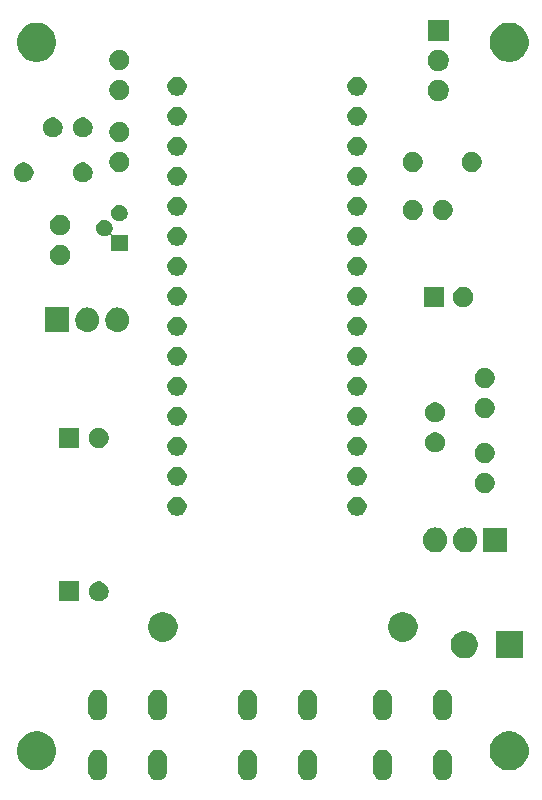
<source format=gbs>
G04 #@! TF.GenerationSoftware,KiCad,Pcbnew,5.1.5+dfsg1-2build2*
G04 #@! TF.CreationDate,2021-01-30T17:04:27-06:00*
G04 #@! TF.ProjectId,speaker-switcher-remote,73706561-6b65-4722-9d73-776974636865,rev?*
G04 #@! TF.SameCoordinates,Original*
G04 #@! TF.FileFunction,Soldermask,Bot*
G04 #@! TF.FilePolarity,Negative*
%FSLAX46Y46*%
G04 Gerber Fmt 4.6, Leading zero omitted, Abs format (unit mm)*
G04 Created by KiCad (PCBNEW 5.1.5+dfsg1-2build2) date 2021-01-30 17:04:27*
%MOMM*%
%LPD*%
G04 APERTURE LIST*
%ADD10C,0.100000*%
G04 APERTURE END LIST*
D10*
G36*
X149347022Y-126400590D02*
G01*
X149447681Y-126431125D01*
X149498012Y-126446392D01*
X149637164Y-126520771D01*
X149759133Y-126620867D01*
X149793391Y-126662611D01*
X149859229Y-126742835D01*
X149933608Y-126881987D01*
X149948875Y-126932318D01*
X149979410Y-127032977D01*
X149991000Y-127150655D01*
X149991000Y-128229345D01*
X149979410Y-128347023D01*
X149948875Y-128447682D01*
X149933608Y-128498013D01*
X149859229Y-128637165D01*
X149759133Y-128759133D01*
X149637165Y-128859229D01*
X149498013Y-128933608D01*
X149447682Y-128948875D01*
X149347023Y-128979410D01*
X149190000Y-128994875D01*
X149032978Y-128979410D01*
X148932319Y-128948875D01*
X148881988Y-128933608D01*
X148742836Y-128859229D01*
X148620868Y-128759133D01*
X148520772Y-128637165D01*
X148446393Y-128498013D01*
X148431126Y-128447682D01*
X148400591Y-128347023D01*
X148389001Y-128229345D01*
X148389000Y-127150656D01*
X148400590Y-127032978D01*
X148446392Y-126881989D01*
X148446392Y-126881988D01*
X148520771Y-126742836D01*
X148520772Y-126742835D01*
X148620867Y-126620867D01*
X148742835Y-126520771D01*
X148881987Y-126446392D01*
X148932318Y-126431125D01*
X149032977Y-126400590D01*
X149190000Y-126385125D01*
X149347022Y-126400590D01*
G37*
G36*
X155697022Y-126400590D02*
G01*
X155797681Y-126431125D01*
X155848012Y-126446392D01*
X155987164Y-126520771D01*
X156109133Y-126620867D01*
X156143391Y-126662611D01*
X156209229Y-126742835D01*
X156283608Y-126881987D01*
X156298875Y-126932318D01*
X156329410Y-127032977D01*
X156341000Y-127150655D01*
X156341000Y-128229345D01*
X156329410Y-128347023D01*
X156298875Y-128447682D01*
X156283608Y-128498013D01*
X156209229Y-128637165D01*
X156109133Y-128759133D01*
X155987165Y-128859229D01*
X155848013Y-128933608D01*
X155797682Y-128948875D01*
X155697023Y-128979410D01*
X155540000Y-128994875D01*
X155382978Y-128979410D01*
X155282319Y-128948875D01*
X155231988Y-128933608D01*
X155092836Y-128859229D01*
X154970868Y-128759133D01*
X154870772Y-128637165D01*
X154796393Y-128498013D01*
X154781126Y-128447682D01*
X154750591Y-128347023D01*
X154739001Y-128229345D01*
X154739000Y-127150656D01*
X154750590Y-127032978D01*
X154796392Y-126881989D01*
X154796392Y-126881988D01*
X154870771Y-126742836D01*
X154870772Y-126742835D01*
X154970867Y-126620867D01*
X155092835Y-126520771D01*
X155231987Y-126446392D01*
X155282318Y-126431125D01*
X155382977Y-126400590D01*
X155540000Y-126385125D01*
X155697022Y-126400590D01*
G37*
G36*
X160777022Y-126400590D02*
G01*
X160877681Y-126431125D01*
X160928012Y-126446392D01*
X161067164Y-126520771D01*
X161189133Y-126620867D01*
X161223391Y-126662611D01*
X161289229Y-126742835D01*
X161363608Y-126881987D01*
X161378875Y-126932318D01*
X161409410Y-127032977D01*
X161421000Y-127150655D01*
X161421000Y-128229345D01*
X161409410Y-128347023D01*
X161378875Y-128447682D01*
X161363608Y-128498013D01*
X161289229Y-128637165D01*
X161189133Y-128759133D01*
X161067165Y-128859229D01*
X160928013Y-128933608D01*
X160877682Y-128948875D01*
X160777023Y-128979410D01*
X160620000Y-128994875D01*
X160462978Y-128979410D01*
X160362319Y-128948875D01*
X160311988Y-128933608D01*
X160172836Y-128859229D01*
X160050868Y-128759133D01*
X159950772Y-128637165D01*
X159876393Y-128498013D01*
X159861126Y-128447682D01*
X159830591Y-128347023D01*
X159819001Y-128229345D01*
X159819000Y-127150656D01*
X159830590Y-127032978D01*
X159876392Y-126881989D01*
X159876392Y-126881988D01*
X159950771Y-126742836D01*
X159950772Y-126742835D01*
X160050867Y-126620867D01*
X160172835Y-126520771D01*
X160311987Y-126446392D01*
X160362318Y-126431125D01*
X160462977Y-126400590D01*
X160620000Y-126385125D01*
X160777022Y-126400590D01*
G37*
G36*
X131567023Y-126400590D02*
G01*
X131667682Y-126431125D01*
X131718013Y-126446392D01*
X131857165Y-126520771D01*
X131979133Y-126620867D01*
X132079229Y-126742835D01*
X132153608Y-126881987D01*
X132168875Y-126932318D01*
X132199410Y-127032977D01*
X132211000Y-127150655D01*
X132211000Y-128229345D01*
X132199410Y-128347023D01*
X132168875Y-128447682D01*
X132153608Y-128498013D01*
X132079230Y-128637164D01*
X132079229Y-128637165D01*
X131979133Y-128759133D01*
X131857164Y-128859229D01*
X131718012Y-128933608D01*
X131667681Y-128948875D01*
X131567022Y-128979410D01*
X131410000Y-128994875D01*
X131252977Y-128979410D01*
X131152318Y-128948875D01*
X131101987Y-128933608D01*
X130962835Y-128859229D01*
X130840867Y-128759133D01*
X130740771Y-128637164D01*
X130666393Y-128498013D01*
X130666392Y-128498012D01*
X130651125Y-128447681D01*
X130620590Y-128347022D01*
X130609000Y-128229344D01*
X130609001Y-127150655D01*
X130620591Y-127032977D01*
X130651126Y-126932318D01*
X130666393Y-126881987D01*
X130740772Y-126742835D01*
X130840868Y-126620867D01*
X130962836Y-126520771D01*
X131101988Y-126446392D01*
X131152319Y-126431125D01*
X131252978Y-126400590D01*
X131410000Y-126385125D01*
X131567023Y-126400590D01*
G37*
G36*
X144267022Y-126400590D02*
G01*
X144367681Y-126431125D01*
X144418012Y-126446392D01*
X144557164Y-126520771D01*
X144679133Y-126620867D01*
X144713391Y-126662611D01*
X144779229Y-126742835D01*
X144853608Y-126881987D01*
X144868875Y-126932318D01*
X144899410Y-127032977D01*
X144911000Y-127150655D01*
X144911000Y-128229345D01*
X144899410Y-128347023D01*
X144868875Y-128447682D01*
X144853608Y-128498013D01*
X144779229Y-128637165D01*
X144679133Y-128759133D01*
X144557165Y-128859229D01*
X144418013Y-128933608D01*
X144367682Y-128948875D01*
X144267023Y-128979410D01*
X144110000Y-128994875D01*
X143952978Y-128979410D01*
X143852319Y-128948875D01*
X143801988Y-128933608D01*
X143662836Y-128859229D01*
X143540868Y-128759133D01*
X143440772Y-128637165D01*
X143366393Y-128498013D01*
X143351126Y-128447682D01*
X143320591Y-128347023D01*
X143309001Y-128229345D01*
X143309000Y-127150656D01*
X143320590Y-127032978D01*
X143366392Y-126881989D01*
X143366392Y-126881988D01*
X143440771Y-126742836D01*
X143440772Y-126742835D01*
X143540867Y-126620867D01*
X143662835Y-126520771D01*
X143801987Y-126446392D01*
X143852318Y-126431125D01*
X143952977Y-126400590D01*
X144110000Y-126385125D01*
X144267022Y-126400590D01*
G37*
G36*
X136647022Y-126400590D02*
G01*
X136747681Y-126431125D01*
X136798012Y-126446392D01*
X136937164Y-126520771D01*
X137059133Y-126620867D01*
X137093391Y-126662611D01*
X137159229Y-126742835D01*
X137233608Y-126881987D01*
X137248875Y-126932318D01*
X137279410Y-127032977D01*
X137291000Y-127150655D01*
X137291000Y-128229345D01*
X137279410Y-128347023D01*
X137248875Y-128447682D01*
X137233608Y-128498013D01*
X137159229Y-128637165D01*
X137059133Y-128759133D01*
X136937165Y-128859229D01*
X136798013Y-128933608D01*
X136747682Y-128948875D01*
X136647023Y-128979410D01*
X136490000Y-128994875D01*
X136332978Y-128979410D01*
X136232319Y-128948875D01*
X136181988Y-128933608D01*
X136042836Y-128859229D01*
X135920868Y-128759133D01*
X135820772Y-128637165D01*
X135746393Y-128498013D01*
X135731126Y-128447682D01*
X135700591Y-128347023D01*
X135689001Y-128229345D01*
X135689000Y-127150656D01*
X135700590Y-127032978D01*
X135746392Y-126881989D01*
X135746392Y-126881988D01*
X135820771Y-126742836D01*
X135820772Y-126742835D01*
X135920867Y-126620867D01*
X136042835Y-126520771D01*
X136181987Y-126446392D01*
X136232318Y-126431125D01*
X136332977Y-126400590D01*
X136490000Y-126385125D01*
X136647022Y-126400590D01*
G37*
G36*
X166625256Y-124891298D02*
G01*
X166731579Y-124912447D01*
X167032042Y-125036903D01*
X167302451Y-125217585D01*
X167532415Y-125447549D01*
X167713097Y-125717958D01*
X167837553Y-126018421D01*
X167901000Y-126337391D01*
X167901000Y-126662609D01*
X167837553Y-126981579D01*
X167713097Y-127282042D01*
X167532415Y-127552451D01*
X167302451Y-127782415D01*
X167032042Y-127963097D01*
X166731579Y-128087553D01*
X166625256Y-128108702D01*
X166412611Y-128151000D01*
X166087389Y-128151000D01*
X165874744Y-128108702D01*
X165768421Y-128087553D01*
X165467958Y-127963097D01*
X165197549Y-127782415D01*
X164967585Y-127552451D01*
X164786903Y-127282042D01*
X164662447Y-126981579D01*
X164599000Y-126662609D01*
X164599000Y-126337391D01*
X164662447Y-126018421D01*
X164786903Y-125717958D01*
X164967585Y-125447549D01*
X165197549Y-125217585D01*
X165467958Y-125036903D01*
X165768421Y-124912447D01*
X165874744Y-124891298D01*
X166087389Y-124849000D01*
X166412611Y-124849000D01*
X166625256Y-124891298D01*
G37*
G36*
X126625256Y-124891298D02*
G01*
X126731579Y-124912447D01*
X127032042Y-125036903D01*
X127302451Y-125217585D01*
X127532415Y-125447549D01*
X127713097Y-125717958D01*
X127837553Y-126018421D01*
X127901000Y-126337391D01*
X127901000Y-126662609D01*
X127837553Y-126981579D01*
X127713097Y-127282042D01*
X127532415Y-127552451D01*
X127302451Y-127782415D01*
X127032042Y-127963097D01*
X126731579Y-128087553D01*
X126625256Y-128108702D01*
X126412611Y-128151000D01*
X126087389Y-128151000D01*
X125874744Y-128108702D01*
X125768421Y-128087553D01*
X125467958Y-127963097D01*
X125197549Y-127782415D01*
X124967585Y-127552451D01*
X124786903Y-127282042D01*
X124662447Y-126981579D01*
X124599000Y-126662609D01*
X124599000Y-126337391D01*
X124662447Y-126018421D01*
X124786903Y-125717958D01*
X124967585Y-125447549D01*
X125197549Y-125217585D01*
X125467958Y-125036903D01*
X125768421Y-124912447D01*
X125874744Y-124891298D01*
X126087389Y-124849000D01*
X126412611Y-124849000D01*
X126625256Y-124891298D01*
G37*
G36*
X155697022Y-121320590D02*
G01*
X155797681Y-121351125D01*
X155848012Y-121366392D01*
X155987164Y-121440771D01*
X156109133Y-121540867D01*
X156209229Y-121662835D01*
X156283608Y-121801987D01*
X156298875Y-121852318D01*
X156329410Y-121952977D01*
X156341000Y-122070655D01*
X156341000Y-123149345D01*
X156329410Y-123267023D01*
X156298875Y-123367682D01*
X156283608Y-123418013D01*
X156209229Y-123557165D01*
X156109133Y-123679133D01*
X155987165Y-123779229D01*
X155848013Y-123853608D01*
X155797682Y-123868875D01*
X155697023Y-123899410D01*
X155540000Y-123914875D01*
X155382978Y-123899410D01*
X155282319Y-123868875D01*
X155231988Y-123853608D01*
X155092836Y-123779229D01*
X154970868Y-123679133D01*
X154870772Y-123557165D01*
X154796393Y-123418013D01*
X154781126Y-123367682D01*
X154750591Y-123267023D01*
X154739001Y-123149345D01*
X154739000Y-122070656D01*
X154750590Y-121952978D01*
X154796392Y-121801989D01*
X154796392Y-121801988D01*
X154870771Y-121662836D01*
X154870772Y-121662835D01*
X154970867Y-121540867D01*
X155092835Y-121440771D01*
X155231987Y-121366392D01*
X155282318Y-121351125D01*
X155382977Y-121320590D01*
X155540000Y-121305125D01*
X155697022Y-121320590D01*
G37*
G36*
X160777022Y-121320590D02*
G01*
X160877681Y-121351125D01*
X160928012Y-121366392D01*
X161067164Y-121440771D01*
X161189133Y-121540867D01*
X161289229Y-121662835D01*
X161363608Y-121801987D01*
X161378875Y-121852318D01*
X161409410Y-121952977D01*
X161421000Y-122070655D01*
X161421000Y-123149345D01*
X161409410Y-123267023D01*
X161378875Y-123367682D01*
X161363608Y-123418013D01*
X161289229Y-123557165D01*
X161189133Y-123679133D01*
X161067165Y-123779229D01*
X160928013Y-123853608D01*
X160877682Y-123868875D01*
X160777023Y-123899410D01*
X160620000Y-123914875D01*
X160462978Y-123899410D01*
X160362319Y-123868875D01*
X160311988Y-123853608D01*
X160172836Y-123779229D01*
X160050868Y-123679133D01*
X159950772Y-123557165D01*
X159876393Y-123418013D01*
X159861126Y-123367682D01*
X159830591Y-123267023D01*
X159819001Y-123149345D01*
X159819000Y-122070656D01*
X159830590Y-121952978D01*
X159876392Y-121801989D01*
X159876392Y-121801988D01*
X159950771Y-121662836D01*
X159950772Y-121662835D01*
X160050867Y-121540867D01*
X160172835Y-121440771D01*
X160311987Y-121366392D01*
X160362318Y-121351125D01*
X160462977Y-121320590D01*
X160620000Y-121305125D01*
X160777022Y-121320590D01*
G37*
G36*
X131567023Y-121320590D02*
G01*
X131667682Y-121351125D01*
X131718013Y-121366392D01*
X131857165Y-121440771D01*
X131979133Y-121540867D01*
X132079229Y-121662835D01*
X132153608Y-121801987D01*
X132168875Y-121852318D01*
X132199410Y-121952977D01*
X132211000Y-122070655D01*
X132211000Y-123149345D01*
X132199410Y-123267023D01*
X132168875Y-123367682D01*
X132153608Y-123418013D01*
X132079230Y-123557164D01*
X132079229Y-123557165D01*
X131979133Y-123679133D01*
X131857164Y-123779229D01*
X131718012Y-123853608D01*
X131667681Y-123868875D01*
X131567022Y-123899410D01*
X131410000Y-123914875D01*
X131252977Y-123899410D01*
X131152318Y-123868875D01*
X131101987Y-123853608D01*
X130962835Y-123779229D01*
X130840867Y-123679133D01*
X130740771Y-123557164D01*
X130666393Y-123418013D01*
X130666392Y-123418012D01*
X130651125Y-123367681D01*
X130620590Y-123267022D01*
X130609000Y-123149344D01*
X130609001Y-122070655D01*
X130620591Y-121952977D01*
X130651126Y-121852318D01*
X130666393Y-121801987D01*
X130740772Y-121662835D01*
X130840868Y-121540867D01*
X130962836Y-121440771D01*
X131101988Y-121366392D01*
X131152319Y-121351125D01*
X131252978Y-121320590D01*
X131410000Y-121305125D01*
X131567023Y-121320590D01*
G37*
G36*
X136647022Y-121320590D02*
G01*
X136747681Y-121351125D01*
X136798012Y-121366392D01*
X136937164Y-121440771D01*
X137059133Y-121540867D01*
X137159229Y-121662835D01*
X137233608Y-121801987D01*
X137248875Y-121852318D01*
X137279410Y-121952977D01*
X137291000Y-122070655D01*
X137291000Y-123149345D01*
X137279410Y-123267023D01*
X137248875Y-123367682D01*
X137233608Y-123418013D01*
X137159229Y-123557165D01*
X137059133Y-123679133D01*
X136937165Y-123779229D01*
X136798013Y-123853608D01*
X136747682Y-123868875D01*
X136647023Y-123899410D01*
X136490000Y-123914875D01*
X136332978Y-123899410D01*
X136232319Y-123868875D01*
X136181988Y-123853608D01*
X136042836Y-123779229D01*
X135920868Y-123679133D01*
X135820772Y-123557165D01*
X135746393Y-123418013D01*
X135731126Y-123367682D01*
X135700591Y-123267023D01*
X135689001Y-123149345D01*
X135689000Y-122070656D01*
X135700590Y-121952978D01*
X135746392Y-121801989D01*
X135746392Y-121801988D01*
X135820771Y-121662836D01*
X135820772Y-121662835D01*
X135920867Y-121540867D01*
X136042835Y-121440771D01*
X136181987Y-121366392D01*
X136232318Y-121351125D01*
X136332977Y-121320590D01*
X136490000Y-121305125D01*
X136647022Y-121320590D01*
G37*
G36*
X144267022Y-121320590D02*
G01*
X144367681Y-121351125D01*
X144418012Y-121366392D01*
X144557164Y-121440771D01*
X144679133Y-121540867D01*
X144779229Y-121662835D01*
X144853608Y-121801987D01*
X144868875Y-121852318D01*
X144899410Y-121952977D01*
X144911000Y-122070655D01*
X144911000Y-123149345D01*
X144899410Y-123267023D01*
X144868875Y-123367682D01*
X144853608Y-123418013D01*
X144779229Y-123557165D01*
X144679133Y-123679133D01*
X144557165Y-123779229D01*
X144418013Y-123853608D01*
X144367682Y-123868875D01*
X144267023Y-123899410D01*
X144110000Y-123914875D01*
X143952978Y-123899410D01*
X143852319Y-123868875D01*
X143801988Y-123853608D01*
X143662836Y-123779229D01*
X143540868Y-123679133D01*
X143440772Y-123557165D01*
X143366393Y-123418013D01*
X143351126Y-123367682D01*
X143320591Y-123267023D01*
X143309001Y-123149345D01*
X143309000Y-122070656D01*
X143320590Y-121952978D01*
X143366392Y-121801989D01*
X143366392Y-121801988D01*
X143440771Y-121662836D01*
X143440772Y-121662835D01*
X143540867Y-121540867D01*
X143662835Y-121440771D01*
X143801987Y-121366392D01*
X143852318Y-121351125D01*
X143952977Y-121320590D01*
X144110000Y-121305125D01*
X144267022Y-121320590D01*
G37*
G36*
X149347022Y-121320590D02*
G01*
X149447681Y-121351125D01*
X149498012Y-121366392D01*
X149637164Y-121440771D01*
X149759133Y-121540867D01*
X149859229Y-121662835D01*
X149933608Y-121801987D01*
X149948875Y-121852318D01*
X149979410Y-121952977D01*
X149991000Y-122070655D01*
X149991000Y-123149345D01*
X149979410Y-123267023D01*
X149948875Y-123367682D01*
X149933608Y-123418013D01*
X149859229Y-123557165D01*
X149759133Y-123679133D01*
X149637165Y-123779229D01*
X149498013Y-123853608D01*
X149447682Y-123868875D01*
X149347023Y-123899410D01*
X149190000Y-123914875D01*
X149032978Y-123899410D01*
X148932319Y-123868875D01*
X148881988Y-123853608D01*
X148742836Y-123779229D01*
X148620868Y-123679133D01*
X148520772Y-123557165D01*
X148446393Y-123418013D01*
X148431126Y-123367682D01*
X148400591Y-123267023D01*
X148389001Y-123149345D01*
X148389000Y-122070656D01*
X148400590Y-121952978D01*
X148446392Y-121801989D01*
X148446392Y-121801988D01*
X148520771Y-121662836D01*
X148520772Y-121662835D01*
X148620867Y-121540867D01*
X148742835Y-121440771D01*
X148881987Y-121366392D01*
X148932318Y-121351125D01*
X149032977Y-121320590D01*
X149190000Y-121305125D01*
X149347022Y-121320590D01*
G37*
G36*
X167401000Y-118651000D02*
G01*
X165099000Y-118651000D01*
X165099000Y-116349000D01*
X167401000Y-116349000D01*
X167401000Y-118651000D01*
G37*
G36*
X162633314Y-116364903D02*
G01*
X162775734Y-116393232D01*
X162985203Y-116479997D01*
X163173720Y-116605960D01*
X163334040Y-116766280D01*
X163460003Y-116954797D01*
X163546768Y-117164266D01*
X163591000Y-117386636D01*
X163591000Y-117613364D01*
X163546768Y-117835734D01*
X163460003Y-118045203D01*
X163334040Y-118233720D01*
X163173720Y-118394040D01*
X162985203Y-118520003D01*
X162775734Y-118606768D01*
X162664549Y-118628884D01*
X162553365Y-118651000D01*
X162326635Y-118651000D01*
X162215451Y-118628884D01*
X162104266Y-118606768D01*
X161894797Y-118520003D01*
X161706280Y-118394040D01*
X161545960Y-118233720D01*
X161419997Y-118045203D01*
X161333232Y-117835734D01*
X161289000Y-117613364D01*
X161289000Y-117386636D01*
X161333232Y-117164266D01*
X161419997Y-116954797D01*
X161545960Y-116766280D01*
X161706280Y-116605960D01*
X161894797Y-116479997D01*
X162104266Y-116393232D01*
X162246686Y-116364903D01*
X162326635Y-116349000D01*
X162553365Y-116349000D01*
X162633314Y-116364903D01*
G37*
G36*
X137294903Y-114797075D02*
G01*
X137522571Y-114891378D01*
X137727466Y-115028285D01*
X137901715Y-115202534D01*
X138038622Y-115407429D01*
X138132925Y-115635097D01*
X138181000Y-115876787D01*
X138181000Y-116123213D01*
X138132925Y-116364903D01*
X138038622Y-116592571D01*
X137901715Y-116797466D01*
X137727466Y-116971715D01*
X137522571Y-117108622D01*
X137522570Y-117108623D01*
X137522569Y-117108623D01*
X137294903Y-117202925D01*
X137053214Y-117251000D01*
X136806786Y-117251000D01*
X136565097Y-117202925D01*
X136337431Y-117108623D01*
X136337430Y-117108623D01*
X136337429Y-117108622D01*
X136132534Y-116971715D01*
X135958285Y-116797466D01*
X135821378Y-116592571D01*
X135727075Y-116364903D01*
X135679000Y-116123213D01*
X135679000Y-115876787D01*
X135727075Y-115635097D01*
X135821378Y-115407429D01*
X135958285Y-115202534D01*
X136132534Y-115028285D01*
X136337429Y-114891378D01*
X136565097Y-114797075D01*
X136806786Y-114749000D01*
X137053214Y-114749000D01*
X137294903Y-114797075D01*
G37*
G36*
X157614903Y-114797075D02*
G01*
X157842571Y-114891378D01*
X158047466Y-115028285D01*
X158221715Y-115202534D01*
X158358622Y-115407429D01*
X158452925Y-115635097D01*
X158501000Y-115876787D01*
X158501000Y-116123213D01*
X158452925Y-116364903D01*
X158358622Y-116592571D01*
X158221715Y-116797466D01*
X158047466Y-116971715D01*
X157842571Y-117108622D01*
X157842570Y-117108623D01*
X157842569Y-117108623D01*
X157614903Y-117202925D01*
X157373214Y-117251000D01*
X157126786Y-117251000D01*
X156885097Y-117202925D01*
X156657431Y-117108623D01*
X156657430Y-117108623D01*
X156657429Y-117108622D01*
X156452534Y-116971715D01*
X156278285Y-116797466D01*
X156141378Y-116592571D01*
X156047075Y-116364903D01*
X155999000Y-116123213D01*
X155999000Y-115876787D01*
X156047075Y-115635097D01*
X156141378Y-115407429D01*
X156278285Y-115202534D01*
X156452534Y-115028285D01*
X156657429Y-114891378D01*
X156885097Y-114797075D01*
X157126786Y-114749000D01*
X157373214Y-114749000D01*
X157614903Y-114797075D01*
G37*
G36*
X129851000Y-113851000D02*
G01*
X128149000Y-113851000D01*
X128149000Y-112149000D01*
X129851000Y-112149000D01*
X129851000Y-113851000D01*
G37*
G36*
X131748228Y-112181703D02*
G01*
X131903100Y-112245853D01*
X132042481Y-112338985D01*
X132161015Y-112457519D01*
X132254147Y-112596900D01*
X132318297Y-112751772D01*
X132351000Y-112916184D01*
X132351000Y-113083816D01*
X132318297Y-113248228D01*
X132254147Y-113403100D01*
X132161015Y-113542481D01*
X132042481Y-113661015D01*
X131903100Y-113754147D01*
X131748228Y-113818297D01*
X131583816Y-113851000D01*
X131416184Y-113851000D01*
X131251772Y-113818297D01*
X131096900Y-113754147D01*
X130957519Y-113661015D01*
X130838985Y-113542481D01*
X130745853Y-113403100D01*
X130681703Y-113248228D01*
X130649000Y-113083816D01*
X130649000Y-112916184D01*
X130681703Y-112751772D01*
X130745853Y-112596900D01*
X130838985Y-112457519D01*
X130957519Y-112338985D01*
X131096900Y-112245853D01*
X131251772Y-112181703D01*
X131416184Y-112149000D01*
X131583816Y-112149000D01*
X131748228Y-112181703D01*
G37*
G36*
X162721720Y-107603520D02*
G01*
X162910881Y-107660901D01*
X163085212Y-107754083D01*
X163238015Y-107879485D01*
X163363417Y-108032288D01*
X163407182Y-108114167D01*
X163456598Y-108206617D01*
X163456599Y-108206620D01*
X163513980Y-108395781D01*
X163528500Y-108543207D01*
X163528500Y-108736794D01*
X163513980Y-108884220D01*
X163456599Y-109073381D01*
X163363417Y-109247712D01*
X163238015Y-109400515D01*
X163085212Y-109525917D01*
X163003333Y-109569682D01*
X162910883Y-109619098D01*
X162910880Y-109619099D01*
X162721719Y-109676480D01*
X162525000Y-109695855D01*
X162328280Y-109676480D01*
X162139119Y-109619099D01*
X161964788Y-109525917D01*
X161811985Y-109400515D01*
X161686583Y-109247712D01*
X161642818Y-109165833D01*
X161593402Y-109073383D01*
X161593401Y-109073380D01*
X161536020Y-108884219D01*
X161521500Y-108736793D01*
X161521500Y-108543206D01*
X161536020Y-108395780D01*
X161593401Y-108206619D01*
X161686583Y-108032288D01*
X161811985Y-107879485D01*
X161964788Y-107754083D01*
X162139120Y-107660901D01*
X162328281Y-107603520D01*
X162525000Y-107584145D01*
X162721720Y-107603520D01*
G37*
G36*
X160181720Y-107603520D02*
G01*
X160370881Y-107660901D01*
X160545212Y-107754083D01*
X160698015Y-107879485D01*
X160823417Y-108032288D01*
X160867182Y-108114167D01*
X160916598Y-108206617D01*
X160916599Y-108206620D01*
X160973980Y-108395781D01*
X160988500Y-108543207D01*
X160988500Y-108736794D01*
X160973980Y-108884220D01*
X160916599Y-109073381D01*
X160823417Y-109247712D01*
X160698015Y-109400515D01*
X160545212Y-109525917D01*
X160463333Y-109569682D01*
X160370883Y-109619098D01*
X160370880Y-109619099D01*
X160181719Y-109676480D01*
X159985000Y-109695855D01*
X159788280Y-109676480D01*
X159599119Y-109619099D01*
X159424788Y-109525917D01*
X159271985Y-109400515D01*
X159146583Y-109247712D01*
X159102818Y-109165833D01*
X159053402Y-109073383D01*
X159053401Y-109073380D01*
X158996020Y-108884219D01*
X158981500Y-108736793D01*
X158981500Y-108543206D01*
X158996020Y-108395780D01*
X159053401Y-108206619D01*
X159146583Y-108032288D01*
X159271985Y-107879485D01*
X159424788Y-107754083D01*
X159599120Y-107660901D01*
X159788281Y-107603520D01*
X159985000Y-107584145D01*
X160181720Y-107603520D01*
G37*
G36*
X166068500Y-109691000D02*
G01*
X164061500Y-109691000D01*
X164061500Y-107589000D01*
X166068500Y-107589000D01*
X166068500Y-109691000D01*
G37*
G36*
X138367142Y-104998242D02*
G01*
X138515101Y-105059529D01*
X138648255Y-105148499D01*
X138761501Y-105261745D01*
X138850471Y-105394899D01*
X138911758Y-105542858D01*
X138943000Y-105699925D01*
X138943000Y-105860075D01*
X138911758Y-106017142D01*
X138850471Y-106165101D01*
X138761501Y-106298255D01*
X138648255Y-106411501D01*
X138515101Y-106500471D01*
X138367142Y-106561758D01*
X138210075Y-106593000D01*
X138049925Y-106593000D01*
X137892858Y-106561758D01*
X137744899Y-106500471D01*
X137611745Y-106411501D01*
X137498499Y-106298255D01*
X137409529Y-106165101D01*
X137348242Y-106017142D01*
X137317000Y-105860075D01*
X137317000Y-105699925D01*
X137348242Y-105542858D01*
X137409529Y-105394899D01*
X137498499Y-105261745D01*
X137611745Y-105148499D01*
X137744899Y-105059529D01*
X137892858Y-104998242D01*
X138049925Y-104967000D01*
X138210075Y-104967000D01*
X138367142Y-104998242D01*
G37*
G36*
X153607142Y-104998242D02*
G01*
X153755101Y-105059529D01*
X153888255Y-105148499D01*
X154001501Y-105261745D01*
X154090471Y-105394899D01*
X154151758Y-105542858D01*
X154183000Y-105699925D01*
X154183000Y-105860075D01*
X154151758Y-106017142D01*
X154090471Y-106165101D01*
X154001501Y-106298255D01*
X153888255Y-106411501D01*
X153755101Y-106500471D01*
X153607142Y-106561758D01*
X153450075Y-106593000D01*
X153289925Y-106593000D01*
X153132858Y-106561758D01*
X152984899Y-106500471D01*
X152851745Y-106411501D01*
X152738499Y-106298255D01*
X152649529Y-106165101D01*
X152588242Y-106017142D01*
X152557000Y-105860075D01*
X152557000Y-105699925D01*
X152588242Y-105542858D01*
X152649529Y-105394899D01*
X152738499Y-105261745D01*
X152851745Y-105148499D01*
X152984899Y-105059529D01*
X153132858Y-104998242D01*
X153289925Y-104967000D01*
X153450075Y-104967000D01*
X153607142Y-104998242D01*
G37*
G36*
X164424228Y-102995703D02*
G01*
X164579100Y-103059853D01*
X164718481Y-103152985D01*
X164837015Y-103271519D01*
X164930147Y-103410900D01*
X164994297Y-103565772D01*
X165027000Y-103730184D01*
X165027000Y-103897816D01*
X164994297Y-104062228D01*
X164930147Y-104217100D01*
X164837015Y-104356481D01*
X164718481Y-104475015D01*
X164579100Y-104568147D01*
X164424228Y-104632297D01*
X164259816Y-104665000D01*
X164092184Y-104665000D01*
X163927772Y-104632297D01*
X163772900Y-104568147D01*
X163633519Y-104475015D01*
X163514985Y-104356481D01*
X163421853Y-104217100D01*
X163357703Y-104062228D01*
X163325000Y-103897816D01*
X163325000Y-103730184D01*
X163357703Y-103565772D01*
X163421853Y-103410900D01*
X163514985Y-103271519D01*
X163633519Y-103152985D01*
X163772900Y-103059853D01*
X163927772Y-102995703D01*
X164092184Y-102963000D01*
X164259816Y-102963000D01*
X164424228Y-102995703D01*
G37*
G36*
X138367142Y-102458242D02*
G01*
X138515101Y-102519529D01*
X138648255Y-102608499D01*
X138761501Y-102721745D01*
X138850471Y-102854899D01*
X138911758Y-103002858D01*
X138943000Y-103159925D01*
X138943000Y-103320075D01*
X138911758Y-103477142D01*
X138850471Y-103625101D01*
X138761501Y-103758255D01*
X138648255Y-103871501D01*
X138515101Y-103960471D01*
X138367142Y-104021758D01*
X138210075Y-104053000D01*
X138049925Y-104053000D01*
X137892858Y-104021758D01*
X137744899Y-103960471D01*
X137611745Y-103871501D01*
X137498499Y-103758255D01*
X137409529Y-103625101D01*
X137348242Y-103477142D01*
X137317000Y-103320075D01*
X137317000Y-103159925D01*
X137348242Y-103002858D01*
X137409529Y-102854899D01*
X137498499Y-102721745D01*
X137611745Y-102608499D01*
X137744899Y-102519529D01*
X137892858Y-102458242D01*
X138049925Y-102427000D01*
X138210075Y-102427000D01*
X138367142Y-102458242D01*
G37*
G36*
X153607142Y-102458242D02*
G01*
X153755101Y-102519529D01*
X153888255Y-102608499D01*
X154001501Y-102721745D01*
X154090471Y-102854899D01*
X154151758Y-103002858D01*
X154183000Y-103159925D01*
X154183000Y-103320075D01*
X154151758Y-103477142D01*
X154090471Y-103625101D01*
X154001501Y-103758255D01*
X153888255Y-103871501D01*
X153755101Y-103960471D01*
X153607142Y-104021758D01*
X153450075Y-104053000D01*
X153289925Y-104053000D01*
X153132858Y-104021758D01*
X152984899Y-103960471D01*
X152851745Y-103871501D01*
X152738499Y-103758255D01*
X152649529Y-103625101D01*
X152588242Y-103477142D01*
X152557000Y-103320075D01*
X152557000Y-103159925D01*
X152588242Y-103002858D01*
X152649529Y-102854899D01*
X152738499Y-102721745D01*
X152851745Y-102608499D01*
X152984899Y-102519529D01*
X153132858Y-102458242D01*
X153289925Y-102427000D01*
X153450075Y-102427000D01*
X153607142Y-102458242D01*
G37*
G36*
X164424228Y-100455703D02*
G01*
X164579100Y-100519853D01*
X164718481Y-100612985D01*
X164837015Y-100731519D01*
X164930147Y-100870900D01*
X164994297Y-101025772D01*
X165027000Y-101190184D01*
X165027000Y-101357816D01*
X164994297Y-101522228D01*
X164930147Y-101677100D01*
X164837015Y-101816481D01*
X164718481Y-101935015D01*
X164579100Y-102028147D01*
X164424228Y-102092297D01*
X164259816Y-102125000D01*
X164092184Y-102125000D01*
X163927772Y-102092297D01*
X163772900Y-102028147D01*
X163633519Y-101935015D01*
X163514985Y-101816481D01*
X163421853Y-101677100D01*
X163357703Y-101522228D01*
X163325000Y-101357816D01*
X163325000Y-101190184D01*
X163357703Y-101025772D01*
X163421853Y-100870900D01*
X163514985Y-100731519D01*
X163633519Y-100612985D01*
X163772900Y-100519853D01*
X163927772Y-100455703D01*
X164092184Y-100423000D01*
X164259816Y-100423000D01*
X164424228Y-100455703D01*
G37*
G36*
X153607142Y-99918242D02*
G01*
X153755101Y-99979529D01*
X153888255Y-100068499D01*
X154001501Y-100181745D01*
X154090471Y-100314899D01*
X154151758Y-100462858D01*
X154183000Y-100619925D01*
X154183000Y-100780075D01*
X154151758Y-100937142D01*
X154090471Y-101085101D01*
X154001501Y-101218255D01*
X153888255Y-101331501D01*
X153755101Y-101420471D01*
X153607142Y-101481758D01*
X153450075Y-101513000D01*
X153289925Y-101513000D01*
X153132858Y-101481758D01*
X152984899Y-101420471D01*
X152851745Y-101331501D01*
X152738499Y-101218255D01*
X152649529Y-101085101D01*
X152588242Y-100937142D01*
X152557000Y-100780075D01*
X152557000Y-100619925D01*
X152588242Y-100462858D01*
X152649529Y-100314899D01*
X152738499Y-100181745D01*
X152851745Y-100068499D01*
X152984899Y-99979529D01*
X153132858Y-99918242D01*
X153289925Y-99887000D01*
X153450075Y-99887000D01*
X153607142Y-99918242D01*
G37*
G36*
X138367142Y-99918242D02*
G01*
X138515101Y-99979529D01*
X138648255Y-100068499D01*
X138761501Y-100181745D01*
X138850471Y-100314899D01*
X138911758Y-100462858D01*
X138943000Y-100619925D01*
X138943000Y-100780075D01*
X138911758Y-100937142D01*
X138850471Y-101085101D01*
X138761501Y-101218255D01*
X138648255Y-101331501D01*
X138515101Y-101420471D01*
X138367142Y-101481758D01*
X138210075Y-101513000D01*
X138049925Y-101513000D01*
X137892858Y-101481758D01*
X137744899Y-101420471D01*
X137611745Y-101331501D01*
X137498499Y-101218255D01*
X137409529Y-101085101D01*
X137348242Y-100937142D01*
X137317000Y-100780075D01*
X137317000Y-100619925D01*
X137348242Y-100462858D01*
X137409529Y-100314899D01*
X137498499Y-100181745D01*
X137611745Y-100068499D01*
X137744899Y-99979529D01*
X137892858Y-99918242D01*
X138049925Y-99887000D01*
X138210075Y-99887000D01*
X138367142Y-99918242D01*
G37*
G36*
X160233228Y-99566703D02*
G01*
X160388100Y-99630853D01*
X160527481Y-99723985D01*
X160646015Y-99842519D01*
X160739147Y-99981900D01*
X160803297Y-100136772D01*
X160836000Y-100301184D01*
X160836000Y-100468816D01*
X160803297Y-100633228D01*
X160739147Y-100788100D01*
X160646015Y-100927481D01*
X160527481Y-101046015D01*
X160388100Y-101139147D01*
X160233228Y-101203297D01*
X160068816Y-101236000D01*
X159901184Y-101236000D01*
X159736772Y-101203297D01*
X159581900Y-101139147D01*
X159442519Y-101046015D01*
X159323985Y-100927481D01*
X159230853Y-100788100D01*
X159166703Y-100633228D01*
X159134000Y-100468816D01*
X159134000Y-100301184D01*
X159166703Y-100136772D01*
X159230853Y-99981900D01*
X159323985Y-99842519D01*
X159442519Y-99723985D01*
X159581900Y-99630853D01*
X159736772Y-99566703D01*
X159901184Y-99534000D01*
X160068816Y-99534000D01*
X160233228Y-99566703D01*
G37*
G36*
X131748228Y-99181703D02*
G01*
X131903100Y-99245853D01*
X132042481Y-99338985D01*
X132161015Y-99457519D01*
X132254147Y-99596900D01*
X132318297Y-99751772D01*
X132351000Y-99916184D01*
X132351000Y-100083816D01*
X132318297Y-100248228D01*
X132254147Y-100403100D01*
X132161015Y-100542481D01*
X132042481Y-100661015D01*
X131903100Y-100754147D01*
X131748228Y-100818297D01*
X131583816Y-100851000D01*
X131416184Y-100851000D01*
X131251772Y-100818297D01*
X131096900Y-100754147D01*
X130957519Y-100661015D01*
X130838985Y-100542481D01*
X130745853Y-100403100D01*
X130681703Y-100248228D01*
X130649000Y-100083816D01*
X130649000Y-99916184D01*
X130681703Y-99751772D01*
X130745853Y-99596900D01*
X130838985Y-99457519D01*
X130957519Y-99338985D01*
X131096900Y-99245853D01*
X131251772Y-99181703D01*
X131416184Y-99149000D01*
X131583816Y-99149000D01*
X131748228Y-99181703D01*
G37*
G36*
X129851000Y-100851000D02*
G01*
X128149000Y-100851000D01*
X128149000Y-99149000D01*
X129851000Y-99149000D01*
X129851000Y-100851000D01*
G37*
G36*
X153607142Y-97378242D02*
G01*
X153755101Y-97439529D01*
X153888255Y-97528499D01*
X154001501Y-97641745D01*
X154090471Y-97774899D01*
X154151758Y-97922858D01*
X154183000Y-98079925D01*
X154183000Y-98240075D01*
X154151758Y-98397142D01*
X154090471Y-98545101D01*
X154001501Y-98678255D01*
X153888255Y-98791501D01*
X153755101Y-98880471D01*
X153607142Y-98941758D01*
X153450075Y-98973000D01*
X153289925Y-98973000D01*
X153132858Y-98941758D01*
X152984899Y-98880471D01*
X152851745Y-98791501D01*
X152738499Y-98678255D01*
X152649529Y-98545101D01*
X152588242Y-98397142D01*
X152557000Y-98240075D01*
X152557000Y-98079925D01*
X152588242Y-97922858D01*
X152649529Y-97774899D01*
X152738499Y-97641745D01*
X152851745Y-97528499D01*
X152984899Y-97439529D01*
X153132858Y-97378242D01*
X153289925Y-97347000D01*
X153450075Y-97347000D01*
X153607142Y-97378242D01*
G37*
G36*
X138367142Y-97378242D02*
G01*
X138515101Y-97439529D01*
X138648255Y-97528499D01*
X138761501Y-97641745D01*
X138850471Y-97774899D01*
X138911758Y-97922858D01*
X138943000Y-98079925D01*
X138943000Y-98240075D01*
X138911758Y-98397142D01*
X138850471Y-98545101D01*
X138761501Y-98678255D01*
X138648255Y-98791501D01*
X138515101Y-98880471D01*
X138367142Y-98941758D01*
X138210075Y-98973000D01*
X138049925Y-98973000D01*
X137892858Y-98941758D01*
X137744899Y-98880471D01*
X137611745Y-98791501D01*
X137498499Y-98678255D01*
X137409529Y-98545101D01*
X137348242Y-98397142D01*
X137317000Y-98240075D01*
X137317000Y-98079925D01*
X137348242Y-97922858D01*
X137409529Y-97774899D01*
X137498499Y-97641745D01*
X137611745Y-97528499D01*
X137744899Y-97439529D01*
X137892858Y-97378242D01*
X138049925Y-97347000D01*
X138210075Y-97347000D01*
X138367142Y-97378242D01*
G37*
G36*
X160233228Y-97026703D02*
G01*
X160388100Y-97090853D01*
X160527481Y-97183985D01*
X160646015Y-97302519D01*
X160739147Y-97441900D01*
X160803297Y-97596772D01*
X160836000Y-97761184D01*
X160836000Y-97928816D01*
X160803297Y-98093228D01*
X160739147Y-98248100D01*
X160646015Y-98387481D01*
X160527481Y-98506015D01*
X160388100Y-98599147D01*
X160233228Y-98663297D01*
X160068816Y-98696000D01*
X159901184Y-98696000D01*
X159736772Y-98663297D01*
X159581900Y-98599147D01*
X159442519Y-98506015D01*
X159323985Y-98387481D01*
X159230853Y-98248100D01*
X159166703Y-98093228D01*
X159134000Y-97928816D01*
X159134000Y-97761184D01*
X159166703Y-97596772D01*
X159230853Y-97441900D01*
X159323985Y-97302519D01*
X159442519Y-97183985D01*
X159581900Y-97090853D01*
X159736772Y-97026703D01*
X159901184Y-96994000D01*
X160068816Y-96994000D01*
X160233228Y-97026703D01*
G37*
G36*
X164424228Y-96645703D02*
G01*
X164579100Y-96709853D01*
X164718481Y-96802985D01*
X164837015Y-96921519D01*
X164930147Y-97060900D01*
X164994297Y-97215772D01*
X165027000Y-97380184D01*
X165027000Y-97547816D01*
X164994297Y-97712228D01*
X164930147Y-97867100D01*
X164837015Y-98006481D01*
X164718481Y-98125015D01*
X164579100Y-98218147D01*
X164424228Y-98282297D01*
X164259816Y-98315000D01*
X164092184Y-98315000D01*
X163927772Y-98282297D01*
X163772900Y-98218147D01*
X163633519Y-98125015D01*
X163514985Y-98006481D01*
X163421853Y-97867100D01*
X163357703Y-97712228D01*
X163325000Y-97547816D01*
X163325000Y-97380184D01*
X163357703Y-97215772D01*
X163421853Y-97060900D01*
X163514985Y-96921519D01*
X163633519Y-96802985D01*
X163772900Y-96709853D01*
X163927772Y-96645703D01*
X164092184Y-96613000D01*
X164259816Y-96613000D01*
X164424228Y-96645703D01*
G37*
G36*
X153607142Y-94838242D02*
G01*
X153755101Y-94899529D01*
X153888255Y-94988499D01*
X154001501Y-95101745D01*
X154090471Y-95234899D01*
X154151758Y-95382858D01*
X154183000Y-95539925D01*
X154183000Y-95700075D01*
X154151758Y-95857142D01*
X154090471Y-96005101D01*
X154001501Y-96138255D01*
X153888255Y-96251501D01*
X153755101Y-96340471D01*
X153607142Y-96401758D01*
X153450075Y-96433000D01*
X153289925Y-96433000D01*
X153132858Y-96401758D01*
X152984899Y-96340471D01*
X152851745Y-96251501D01*
X152738499Y-96138255D01*
X152649529Y-96005101D01*
X152588242Y-95857142D01*
X152557000Y-95700075D01*
X152557000Y-95539925D01*
X152588242Y-95382858D01*
X152649529Y-95234899D01*
X152738499Y-95101745D01*
X152851745Y-94988499D01*
X152984899Y-94899529D01*
X153132858Y-94838242D01*
X153289925Y-94807000D01*
X153450075Y-94807000D01*
X153607142Y-94838242D01*
G37*
G36*
X138367142Y-94838242D02*
G01*
X138515101Y-94899529D01*
X138648255Y-94988499D01*
X138761501Y-95101745D01*
X138850471Y-95234899D01*
X138911758Y-95382858D01*
X138943000Y-95539925D01*
X138943000Y-95700075D01*
X138911758Y-95857142D01*
X138850471Y-96005101D01*
X138761501Y-96138255D01*
X138648255Y-96251501D01*
X138515101Y-96340471D01*
X138367142Y-96401758D01*
X138210075Y-96433000D01*
X138049925Y-96433000D01*
X137892858Y-96401758D01*
X137744899Y-96340471D01*
X137611745Y-96251501D01*
X137498499Y-96138255D01*
X137409529Y-96005101D01*
X137348242Y-95857142D01*
X137317000Y-95700075D01*
X137317000Y-95539925D01*
X137348242Y-95382858D01*
X137409529Y-95234899D01*
X137498499Y-95101745D01*
X137611745Y-94988499D01*
X137744899Y-94899529D01*
X137892858Y-94838242D01*
X138049925Y-94807000D01*
X138210075Y-94807000D01*
X138367142Y-94838242D01*
G37*
G36*
X164424228Y-94105703D02*
G01*
X164579100Y-94169853D01*
X164718481Y-94262985D01*
X164837015Y-94381519D01*
X164930147Y-94520900D01*
X164994297Y-94675772D01*
X165027000Y-94840184D01*
X165027000Y-95007816D01*
X164994297Y-95172228D01*
X164930147Y-95327100D01*
X164837015Y-95466481D01*
X164718481Y-95585015D01*
X164579100Y-95678147D01*
X164424228Y-95742297D01*
X164259816Y-95775000D01*
X164092184Y-95775000D01*
X163927772Y-95742297D01*
X163772900Y-95678147D01*
X163633519Y-95585015D01*
X163514985Y-95466481D01*
X163421853Y-95327100D01*
X163357703Y-95172228D01*
X163325000Y-95007816D01*
X163325000Y-94840184D01*
X163357703Y-94675772D01*
X163421853Y-94520900D01*
X163514985Y-94381519D01*
X163633519Y-94262985D01*
X163772900Y-94169853D01*
X163927772Y-94105703D01*
X164092184Y-94073000D01*
X164259816Y-94073000D01*
X164424228Y-94105703D01*
G37*
G36*
X138367142Y-92298242D02*
G01*
X138515101Y-92359529D01*
X138648255Y-92448499D01*
X138761501Y-92561745D01*
X138850471Y-92694899D01*
X138911758Y-92842858D01*
X138943000Y-92999925D01*
X138943000Y-93160075D01*
X138911758Y-93317142D01*
X138850471Y-93465101D01*
X138761501Y-93598255D01*
X138648255Y-93711501D01*
X138515101Y-93800471D01*
X138367142Y-93861758D01*
X138210075Y-93893000D01*
X138049925Y-93893000D01*
X137892858Y-93861758D01*
X137744899Y-93800471D01*
X137611745Y-93711501D01*
X137498499Y-93598255D01*
X137409529Y-93465101D01*
X137348242Y-93317142D01*
X137317000Y-93160075D01*
X137317000Y-92999925D01*
X137348242Y-92842858D01*
X137409529Y-92694899D01*
X137498499Y-92561745D01*
X137611745Y-92448499D01*
X137744899Y-92359529D01*
X137892858Y-92298242D01*
X138049925Y-92267000D01*
X138210075Y-92267000D01*
X138367142Y-92298242D01*
G37*
G36*
X153607142Y-92298242D02*
G01*
X153755101Y-92359529D01*
X153888255Y-92448499D01*
X154001501Y-92561745D01*
X154090471Y-92694899D01*
X154151758Y-92842858D01*
X154183000Y-92999925D01*
X154183000Y-93160075D01*
X154151758Y-93317142D01*
X154090471Y-93465101D01*
X154001501Y-93598255D01*
X153888255Y-93711501D01*
X153755101Y-93800471D01*
X153607142Y-93861758D01*
X153450075Y-93893000D01*
X153289925Y-93893000D01*
X153132858Y-93861758D01*
X152984899Y-93800471D01*
X152851745Y-93711501D01*
X152738499Y-93598255D01*
X152649529Y-93465101D01*
X152588242Y-93317142D01*
X152557000Y-93160075D01*
X152557000Y-92999925D01*
X152588242Y-92842858D01*
X152649529Y-92694899D01*
X152738499Y-92561745D01*
X152851745Y-92448499D01*
X152984899Y-92359529D01*
X153132858Y-92298242D01*
X153289925Y-92267000D01*
X153450075Y-92267000D01*
X153607142Y-92298242D01*
G37*
G36*
X138367142Y-89758242D02*
G01*
X138515101Y-89819529D01*
X138648255Y-89908499D01*
X138761501Y-90021745D01*
X138850471Y-90154899D01*
X138911758Y-90302858D01*
X138943000Y-90459925D01*
X138943000Y-90620075D01*
X138911758Y-90777142D01*
X138850471Y-90925101D01*
X138761501Y-91058255D01*
X138648255Y-91171501D01*
X138515101Y-91260471D01*
X138367142Y-91321758D01*
X138210075Y-91353000D01*
X138049925Y-91353000D01*
X137892858Y-91321758D01*
X137744899Y-91260471D01*
X137611745Y-91171501D01*
X137498499Y-91058255D01*
X137409529Y-90925101D01*
X137348242Y-90777142D01*
X137317000Y-90620075D01*
X137317000Y-90459925D01*
X137348242Y-90302858D01*
X137409529Y-90154899D01*
X137498499Y-90021745D01*
X137611745Y-89908499D01*
X137744899Y-89819529D01*
X137892858Y-89758242D01*
X138049925Y-89727000D01*
X138210075Y-89727000D01*
X138367142Y-89758242D01*
G37*
G36*
X153607142Y-89758242D02*
G01*
X153755101Y-89819529D01*
X153888255Y-89908499D01*
X154001501Y-90021745D01*
X154090471Y-90154899D01*
X154151758Y-90302858D01*
X154183000Y-90459925D01*
X154183000Y-90620075D01*
X154151758Y-90777142D01*
X154090471Y-90925101D01*
X154001501Y-91058255D01*
X153888255Y-91171501D01*
X153755101Y-91260471D01*
X153607142Y-91321758D01*
X153450075Y-91353000D01*
X153289925Y-91353000D01*
X153132858Y-91321758D01*
X152984899Y-91260471D01*
X152851745Y-91171501D01*
X152738499Y-91058255D01*
X152649529Y-90925101D01*
X152588242Y-90777142D01*
X152557000Y-90620075D01*
X152557000Y-90459925D01*
X152588242Y-90302858D01*
X152649529Y-90154899D01*
X152738499Y-90021745D01*
X152851745Y-89908499D01*
X152984899Y-89819529D01*
X153132858Y-89758242D01*
X153289925Y-89727000D01*
X153450075Y-89727000D01*
X153607142Y-89758242D01*
G37*
G36*
X133276719Y-88963520D02*
G01*
X133465880Y-89020901D01*
X133465883Y-89020902D01*
X133558333Y-89070318D01*
X133640212Y-89114083D01*
X133793015Y-89239485D01*
X133918417Y-89392288D01*
X134011599Y-89566619D01*
X134068980Y-89755780D01*
X134083500Y-89903206D01*
X134083500Y-90096793D01*
X134068980Y-90244219D01*
X134051192Y-90302857D01*
X134011598Y-90433383D01*
X133997410Y-90459926D01*
X133918417Y-90607712D01*
X133793015Y-90760515D01*
X133640212Y-90885917D01*
X133465881Y-90979099D01*
X133276720Y-91036480D01*
X133080000Y-91055855D01*
X132883281Y-91036480D01*
X132694120Y-90979099D01*
X132519788Y-90885917D01*
X132366985Y-90760515D01*
X132241583Y-90607712D01*
X132148401Y-90433381D01*
X132091020Y-90244220D01*
X132076500Y-90096794D01*
X132076500Y-89903207D01*
X132091020Y-89755781D01*
X132148401Y-89566620D01*
X132148402Y-89566617D01*
X132197818Y-89474167D01*
X132241583Y-89392288D01*
X132366985Y-89239485D01*
X132519788Y-89114083D01*
X132694119Y-89020901D01*
X132883280Y-88963520D01*
X133080000Y-88944145D01*
X133276719Y-88963520D01*
G37*
G36*
X130736719Y-88963520D02*
G01*
X130925880Y-89020901D01*
X130925883Y-89020902D01*
X131018333Y-89070318D01*
X131100212Y-89114083D01*
X131253015Y-89239485D01*
X131378417Y-89392288D01*
X131471599Y-89566619D01*
X131528980Y-89755780D01*
X131543500Y-89903206D01*
X131543500Y-90096793D01*
X131528980Y-90244219D01*
X131511192Y-90302857D01*
X131471598Y-90433383D01*
X131457410Y-90459926D01*
X131378417Y-90607712D01*
X131253015Y-90760515D01*
X131100212Y-90885917D01*
X130925881Y-90979099D01*
X130736720Y-91036480D01*
X130540000Y-91055855D01*
X130343281Y-91036480D01*
X130154120Y-90979099D01*
X129979788Y-90885917D01*
X129826985Y-90760515D01*
X129701583Y-90607712D01*
X129608401Y-90433381D01*
X129551020Y-90244220D01*
X129536500Y-90096794D01*
X129536500Y-89903207D01*
X129551020Y-89755781D01*
X129608401Y-89566620D01*
X129608402Y-89566617D01*
X129657818Y-89474167D01*
X129701583Y-89392288D01*
X129826985Y-89239485D01*
X129979788Y-89114083D01*
X130154119Y-89020901D01*
X130343280Y-88963520D01*
X130540000Y-88944145D01*
X130736719Y-88963520D01*
G37*
G36*
X129003500Y-91051000D02*
G01*
X126996500Y-91051000D01*
X126996500Y-88949000D01*
X129003500Y-88949000D01*
X129003500Y-91051000D01*
G37*
G36*
X160709000Y-88917000D02*
G01*
X159007000Y-88917000D01*
X159007000Y-87215000D01*
X160709000Y-87215000D01*
X160709000Y-88917000D01*
G37*
G36*
X162606228Y-87247703D02*
G01*
X162761100Y-87311853D01*
X162900481Y-87404985D01*
X163019015Y-87523519D01*
X163112147Y-87662900D01*
X163176297Y-87817772D01*
X163209000Y-87982184D01*
X163209000Y-88149816D01*
X163176297Y-88314228D01*
X163112147Y-88469100D01*
X163019015Y-88608481D01*
X162900481Y-88727015D01*
X162761100Y-88820147D01*
X162606228Y-88884297D01*
X162441816Y-88917000D01*
X162274184Y-88917000D01*
X162109772Y-88884297D01*
X161954900Y-88820147D01*
X161815519Y-88727015D01*
X161696985Y-88608481D01*
X161603853Y-88469100D01*
X161539703Y-88314228D01*
X161507000Y-88149816D01*
X161507000Y-87982184D01*
X161539703Y-87817772D01*
X161603853Y-87662900D01*
X161696985Y-87523519D01*
X161815519Y-87404985D01*
X161954900Y-87311853D01*
X162109772Y-87247703D01*
X162274184Y-87215000D01*
X162441816Y-87215000D01*
X162606228Y-87247703D01*
G37*
G36*
X138367142Y-87218242D02*
G01*
X138515101Y-87279529D01*
X138648255Y-87368499D01*
X138761501Y-87481745D01*
X138850471Y-87614899D01*
X138911758Y-87762858D01*
X138943000Y-87919925D01*
X138943000Y-88080075D01*
X138911758Y-88237142D01*
X138850471Y-88385101D01*
X138761501Y-88518255D01*
X138648255Y-88631501D01*
X138515101Y-88720471D01*
X138367142Y-88781758D01*
X138210075Y-88813000D01*
X138049925Y-88813000D01*
X137892858Y-88781758D01*
X137744899Y-88720471D01*
X137611745Y-88631501D01*
X137498499Y-88518255D01*
X137409529Y-88385101D01*
X137348242Y-88237142D01*
X137317000Y-88080075D01*
X137317000Y-87919925D01*
X137348242Y-87762858D01*
X137409529Y-87614899D01*
X137498499Y-87481745D01*
X137611745Y-87368499D01*
X137744899Y-87279529D01*
X137892858Y-87218242D01*
X138049925Y-87187000D01*
X138210075Y-87187000D01*
X138367142Y-87218242D01*
G37*
G36*
X153607142Y-87218242D02*
G01*
X153755101Y-87279529D01*
X153888255Y-87368499D01*
X154001501Y-87481745D01*
X154090471Y-87614899D01*
X154151758Y-87762858D01*
X154183000Y-87919925D01*
X154183000Y-88080075D01*
X154151758Y-88237142D01*
X154090471Y-88385101D01*
X154001501Y-88518255D01*
X153888255Y-88631501D01*
X153755101Y-88720471D01*
X153607142Y-88781758D01*
X153450075Y-88813000D01*
X153289925Y-88813000D01*
X153132858Y-88781758D01*
X152984899Y-88720471D01*
X152851745Y-88631501D01*
X152738499Y-88518255D01*
X152649529Y-88385101D01*
X152588242Y-88237142D01*
X152557000Y-88080075D01*
X152557000Y-87919925D01*
X152588242Y-87762858D01*
X152649529Y-87614899D01*
X152738499Y-87481745D01*
X152851745Y-87368499D01*
X152984899Y-87279529D01*
X153132858Y-87218242D01*
X153289925Y-87187000D01*
X153450075Y-87187000D01*
X153607142Y-87218242D01*
G37*
G36*
X153607142Y-84678242D02*
G01*
X153755101Y-84739529D01*
X153888255Y-84828499D01*
X154001501Y-84941745D01*
X154090471Y-85074899D01*
X154151758Y-85222858D01*
X154183000Y-85379925D01*
X154183000Y-85540075D01*
X154151758Y-85697142D01*
X154090471Y-85845101D01*
X154001501Y-85978255D01*
X153888255Y-86091501D01*
X153755101Y-86180471D01*
X153607142Y-86241758D01*
X153450075Y-86273000D01*
X153289925Y-86273000D01*
X153132858Y-86241758D01*
X152984899Y-86180471D01*
X152851745Y-86091501D01*
X152738499Y-85978255D01*
X152649529Y-85845101D01*
X152588242Y-85697142D01*
X152557000Y-85540075D01*
X152557000Y-85379925D01*
X152588242Y-85222858D01*
X152649529Y-85074899D01*
X152738499Y-84941745D01*
X152851745Y-84828499D01*
X152984899Y-84739529D01*
X153132858Y-84678242D01*
X153289925Y-84647000D01*
X153450075Y-84647000D01*
X153607142Y-84678242D01*
G37*
G36*
X138367142Y-84678242D02*
G01*
X138515101Y-84739529D01*
X138648255Y-84828499D01*
X138761501Y-84941745D01*
X138850471Y-85074899D01*
X138911758Y-85222858D01*
X138943000Y-85379925D01*
X138943000Y-85540075D01*
X138911758Y-85697142D01*
X138850471Y-85845101D01*
X138761501Y-85978255D01*
X138648255Y-86091501D01*
X138515101Y-86180471D01*
X138367142Y-86241758D01*
X138210075Y-86273000D01*
X138049925Y-86273000D01*
X137892858Y-86241758D01*
X137744899Y-86180471D01*
X137611745Y-86091501D01*
X137498499Y-85978255D01*
X137409529Y-85845101D01*
X137348242Y-85697142D01*
X137317000Y-85540075D01*
X137317000Y-85379925D01*
X137348242Y-85222858D01*
X137409529Y-85074899D01*
X137498499Y-84941745D01*
X137611745Y-84828499D01*
X137744899Y-84739529D01*
X137892858Y-84678242D01*
X138049925Y-84647000D01*
X138210075Y-84647000D01*
X138367142Y-84678242D01*
G37*
G36*
X128483228Y-83691703D02*
G01*
X128638100Y-83755853D01*
X128777481Y-83848985D01*
X128896015Y-83967519D01*
X128989147Y-84106900D01*
X129053297Y-84261772D01*
X129086000Y-84426184D01*
X129086000Y-84593816D01*
X129053297Y-84758228D01*
X128989147Y-84913100D01*
X128896015Y-85052481D01*
X128777481Y-85171015D01*
X128638100Y-85264147D01*
X128483228Y-85328297D01*
X128318816Y-85361000D01*
X128151184Y-85361000D01*
X127986772Y-85328297D01*
X127831900Y-85264147D01*
X127692519Y-85171015D01*
X127573985Y-85052481D01*
X127480853Y-84913100D01*
X127416703Y-84758228D01*
X127384000Y-84593816D01*
X127384000Y-84426184D01*
X127416703Y-84261772D01*
X127480853Y-84106900D01*
X127573985Y-83967519D01*
X127692519Y-83848985D01*
X127831900Y-83755853D01*
X127986772Y-83691703D01*
X128151184Y-83659000D01*
X128318816Y-83659000D01*
X128483228Y-83691703D01*
G37*
G36*
X132184473Y-81555938D02*
G01*
X132312049Y-81608782D01*
X132426859Y-81685495D01*
X132524505Y-81783141D01*
X132601218Y-81897951D01*
X132654062Y-82025527D01*
X132681000Y-82160956D01*
X132681000Y-82299044D01*
X132654062Y-82434473D01*
X132601218Y-82562049D01*
X132572816Y-82604556D01*
X132561265Y-82626167D01*
X132554152Y-82649616D01*
X132551750Y-82674002D01*
X132554152Y-82698388D01*
X132561265Y-82721837D01*
X132572817Y-82743447D01*
X132588362Y-82762389D01*
X132607304Y-82777934D01*
X132628915Y-82789485D01*
X132652364Y-82796598D01*
X132676749Y-82799000D01*
X133951000Y-82799000D01*
X133951000Y-84201000D01*
X132549000Y-84201000D01*
X132549000Y-82926749D01*
X132546598Y-82902363D01*
X132539485Y-82878914D01*
X132527934Y-82857303D01*
X132512389Y-82838361D01*
X132493447Y-82822816D01*
X132471836Y-82811265D01*
X132448387Y-82804152D01*
X132424001Y-82801750D01*
X132399615Y-82804152D01*
X132376166Y-82811265D01*
X132354556Y-82822816D01*
X132312049Y-82851218D01*
X132184473Y-82904062D01*
X132049044Y-82931000D01*
X131910956Y-82931000D01*
X131775527Y-82904062D01*
X131647951Y-82851218D01*
X131533141Y-82774505D01*
X131435495Y-82676859D01*
X131358782Y-82562049D01*
X131305938Y-82434473D01*
X131279000Y-82299044D01*
X131279000Y-82160956D01*
X131305938Y-82025527D01*
X131358782Y-81897951D01*
X131435495Y-81783141D01*
X131533141Y-81685495D01*
X131647951Y-81608782D01*
X131775527Y-81555938D01*
X131910956Y-81529000D01*
X132049044Y-81529000D01*
X132184473Y-81555938D01*
G37*
G36*
X153607142Y-82138242D02*
G01*
X153755101Y-82199529D01*
X153888255Y-82288499D01*
X154001501Y-82401745D01*
X154090471Y-82534899D01*
X154151758Y-82682858D01*
X154183000Y-82839925D01*
X154183000Y-83000075D01*
X154151758Y-83157142D01*
X154090471Y-83305101D01*
X154001501Y-83438255D01*
X153888255Y-83551501D01*
X153755101Y-83640471D01*
X153607142Y-83701758D01*
X153450075Y-83733000D01*
X153289925Y-83733000D01*
X153132858Y-83701758D01*
X152984899Y-83640471D01*
X152851745Y-83551501D01*
X152738499Y-83438255D01*
X152649529Y-83305101D01*
X152588242Y-83157142D01*
X152557000Y-83000075D01*
X152557000Y-82839925D01*
X152588242Y-82682858D01*
X152649529Y-82534899D01*
X152738499Y-82401745D01*
X152851745Y-82288499D01*
X152984899Y-82199529D01*
X153132858Y-82138242D01*
X153289925Y-82107000D01*
X153450075Y-82107000D01*
X153607142Y-82138242D01*
G37*
G36*
X138367142Y-82138242D02*
G01*
X138515101Y-82199529D01*
X138648255Y-82288499D01*
X138761501Y-82401745D01*
X138850471Y-82534899D01*
X138911758Y-82682858D01*
X138943000Y-82839925D01*
X138943000Y-83000075D01*
X138911758Y-83157142D01*
X138850471Y-83305101D01*
X138761501Y-83438255D01*
X138648255Y-83551501D01*
X138515101Y-83640471D01*
X138367142Y-83701758D01*
X138210075Y-83733000D01*
X138049925Y-83733000D01*
X137892858Y-83701758D01*
X137744899Y-83640471D01*
X137611745Y-83551501D01*
X137498499Y-83438255D01*
X137409529Y-83305101D01*
X137348242Y-83157142D01*
X137317000Y-83000075D01*
X137317000Y-82839925D01*
X137348242Y-82682858D01*
X137409529Y-82534899D01*
X137498499Y-82401745D01*
X137611745Y-82288499D01*
X137744899Y-82199529D01*
X137892858Y-82138242D01*
X138049925Y-82107000D01*
X138210075Y-82107000D01*
X138367142Y-82138242D01*
G37*
G36*
X128483228Y-81151703D02*
G01*
X128638100Y-81215853D01*
X128777481Y-81308985D01*
X128896015Y-81427519D01*
X128989147Y-81566900D01*
X129053297Y-81721772D01*
X129086000Y-81886184D01*
X129086000Y-82053816D01*
X129053297Y-82218228D01*
X128989147Y-82373100D01*
X128896015Y-82512481D01*
X128777481Y-82631015D01*
X128638100Y-82724147D01*
X128483228Y-82788297D01*
X128318816Y-82821000D01*
X128151184Y-82821000D01*
X127986772Y-82788297D01*
X127831900Y-82724147D01*
X127692519Y-82631015D01*
X127573985Y-82512481D01*
X127480853Y-82373100D01*
X127416703Y-82218228D01*
X127384000Y-82053816D01*
X127384000Y-81886184D01*
X127416703Y-81721772D01*
X127480853Y-81566900D01*
X127573985Y-81427519D01*
X127692519Y-81308985D01*
X127831900Y-81215853D01*
X127986772Y-81151703D01*
X128151184Y-81119000D01*
X128318816Y-81119000D01*
X128483228Y-81151703D01*
G37*
G36*
X133454473Y-80285938D02*
G01*
X133582049Y-80338782D01*
X133696859Y-80415495D01*
X133794505Y-80513141D01*
X133871218Y-80627951D01*
X133924062Y-80755527D01*
X133951000Y-80890956D01*
X133951000Y-81029044D01*
X133924062Y-81164473D01*
X133871218Y-81292049D01*
X133794505Y-81406859D01*
X133696859Y-81504505D01*
X133582049Y-81581218D01*
X133454473Y-81634062D01*
X133319044Y-81661000D01*
X133180956Y-81661000D01*
X133045527Y-81634062D01*
X132917951Y-81581218D01*
X132803141Y-81504505D01*
X132705495Y-81406859D01*
X132628782Y-81292049D01*
X132575938Y-81164473D01*
X132549000Y-81029044D01*
X132549000Y-80890956D01*
X132575938Y-80755527D01*
X132628782Y-80627951D01*
X132705495Y-80513141D01*
X132803141Y-80415495D01*
X132917951Y-80338782D01*
X133045527Y-80285938D01*
X133180956Y-80259000D01*
X133319044Y-80259000D01*
X133454473Y-80285938D01*
G37*
G36*
X158328228Y-79881703D02*
G01*
X158483100Y-79945853D01*
X158622481Y-80038985D01*
X158741015Y-80157519D01*
X158834147Y-80296900D01*
X158898297Y-80451772D01*
X158931000Y-80616184D01*
X158931000Y-80783816D01*
X158898297Y-80948228D01*
X158834147Y-81103100D01*
X158741015Y-81242481D01*
X158622481Y-81361015D01*
X158483100Y-81454147D01*
X158328228Y-81518297D01*
X158163816Y-81551000D01*
X157996184Y-81551000D01*
X157831772Y-81518297D01*
X157676900Y-81454147D01*
X157537519Y-81361015D01*
X157418985Y-81242481D01*
X157325853Y-81103100D01*
X157261703Y-80948228D01*
X157229000Y-80783816D01*
X157229000Y-80616184D01*
X157261703Y-80451772D01*
X157325853Y-80296900D01*
X157418985Y-80157519D01*
X157537519Y-80038985D01*
X157676900Y-79945853D01*
X157831772Y-79881703D01*
X157996184Y-79849000D01*
X158163816Y-79849000D01*
X158328228Y-79881703D01*
G37*
G36*
X160868228Y-79881703D02*
G01*
X161023100Y-79945853D01*
X161162481Y-80038985D01*
X161281015Y-80157519D01*
X161374147Y-80296900D01*
X161438297Y-80451772D01*
X161471000Y-80616184D01*
X161471000Y-80783816D01*
X161438297Y-80948228D01*
X161374147Y-81103100D01*
X161281015Y-81242481D01*
X161162481Y-81361015D01*
X161023100Y-81454147D01*
X160868228Y-81518297D01*
X160703816Y-81551000D01*
X160536184Y-81551000D01*
X160371772Y-81518297D01*
X160216900Y-81454147D01*
X160077519Y-81361015D01*
X159958985Y-81242481D01*
X159865853Y-81103100D01*
X159801703Y-80948228D01*
X159769000Y-80783816D01*
X159769000Y-80616184D01*
X159801703Y-80451772D01*
X159865853Y-80296900D01*
X159958985Y-80157519D01*
X160077519Y-80038985D01*
X160216900Y-79945853D01*
X160371772Y-79881703D01*
X160536184Y-79849000D01*
X160703816Y-79849000D01*
X160868228Y-79881703D01*
G37*
G36*
X153607142Y-79598242D02*
G01*
X153755101Y-79659529D01*
X153888255Y-79748499D01*
X154001501Y-79861745D01*
X154090471Y-79994899D01*
X154151758Y-80142858D01*
X154183000Y-80299925D01*
X154183000Y-80460075D01*
X154151758Y-80617142D01*
X154090471Y-80765101D01*
X154001501Y-80898255D01*
X153888255Y-81011501D01*
X153755101Y-81100471D01*
X153607142Y-81161758D01*
X153450075Y-81193000D01*
X153289925Y-81193000D01*
X153132858Y-81161758D01*
X152984899Y-81100471D01*
X152851745Y-81011501D01*
X152738499Y-80898255D01*
X152649529Y-80765101D01*
X152588242Y-80617142D01*
X152557000Y-80460075D01*
X152557000Y-80299925D01*
X152588242Y-80142858D01*
X152649529Y-79994899D01*
X152738499Y-79861745D01*
X152851745Y-79748499D01*
X152984899Y-79659529D01*
X153132858Y-79598242D01*
X153289925Y-79567000D01*
X153450075Y-79567000D01*
X153607142Y-79598242D01*
G37*
G36*
X138367142Y-79598242D02*
G01*
X138515101Y-79659529D01*
X138648255Y-79748499D01*
X138761501Y-79861745D01*
X138850471Y-79994899D01*
X138911758Y-80142858D01*
X138943000Y-80299925D01*
X138943000Y-80460075D01*
X138911758Y-80617142D01*
X138850471Y-80765101D01*
X138761501Y-80898255D01*
X138648255Y-81011501D01*
X138515101Y-81100471D01*
X138367142Y-81161758D01*
X138210075Y-81193000D01*
X138049925Y-81193000D01*
X137892858Y-81161758D01*
X137744899Y-81100471D01*
X137611745Y-81011501D01*
X137498499Y-80898255D01*
X137409529Y-80765101D01*
X137348242Y-80617142D01*
X137317000Y-80460075D01*
X137317000Y-80299925D01*
X137348242Y-80142858D01*
X137409529Y-79994899D01*
X137498499Y-79861745D01*
X137611745Y-79748499D01*
X137744899Y-79659529D01*
X137892858Y-79598242D01*
X138049925Y-79567000D01*
X138210075Y-79567000D01*
X138367142Y-79598242D01*
G37*
G36*
X138367142Y-77058242D02*
G01*
X138515101Y-77119529D01*
X138648255Y-77208499D01*
X138761501Y-77321745D01*
X138850471Y-77454899D01*
X138911758Y-77602858D01*
X138943000Y-77759925D01*
X138943000Y-77920075D01*
X138911758Y-78077142D01*
X138850471Y-78225101D01*
X138761501Y-78358255D01*
X138648255Y-78471501D01*
X138515101Y-78560471D01*
X138367142Y-78621758D01*
X138210075Y-78653000D01*
X138049925Y-78653000D01*
X137892858Y-78621758D01*
X137744899Y-78560471D01*
X137611745Y-78471501D01*
X137498499Y-78358255D01*
X137409529Y-78225101D01*
X137348242Y-78077142D01*
X137317000Y-77920075D01*
X137317000Y-77759925D01*
X137348242Y-77602858D01*
X137409529Y-77454899D01*
X137498499Y-77321745D01*
X137611745Y-77208499D01*
X137744899Y-77119529D01*
X137892858Y-77058242D01*
X138049925Y-77027000D01*
X138210075Y-77027000D01*
X138367142Y-77058242D01*
G37*
G36*
X153607142Y-77058242D02*
G01*
X153755101Y-77119529D01*
X153888255Y-77208499D01*
X154001501Y-77321745D01*
X154090471Y-77454899D01*
X154151758Y-77602858D01*
X154183000Y-77759925D01*
X154183000Y-77920075D01*
X154151758Y-78077142D01*
X154090471Y-78225101D01*
X154001501Y-78358255D01*
X153888255Y-78471501D01*
X153755101Y-78560471D01*
X153607142Y-78621758D01*
X153450075Y-78653000D01*
X153289925Y-78653000D01*
X153132858Y-78621758D01*
X152984899Y-78560471D01*
X152851745Y-78471501D01*
X152738499Y-78358255D01*
X152649529Y-78225101D01*
X152588242Y-78077142D01*
X152557000Y-77920075D01*
X152557000Y-77759925D01*
X152588242Y-77602858D01*
X152649529Y-77454899D01*
X152738499Y-77321745D01*
X152851745Y-77208499D01*
X152984899Y-77119529D01*
X153132858Y-77058242D01*
X153289925Y-77027000D01*
X153450075Y-77027000D01*
X153607142Y-77058242D01*
G37*
G36*
X125388228Y-76706703D02*
G01*
X125543100Y-76770853D01*
X125682481Y-76863985D01*
X125801015Y-76982519D01*
X125894147Y-77121900D01*
X125958297Y-77276772D01*
X125991000Y-77441184D01*
X125991000Y-77608816D01*
X125958297Y-77773228D01*
X125894147Y-77928100D01*
X125801015Y-78067481D01*
X125682481Y-78186015D01*
X125543100Y-78279147D01*
X125388228Y-78343297D01*
X125223816Y-78376000D01*
X125056184Y-78376000D01*
X124891772Y-78343297D01*
X124736900Y-78279147D01*
X124597519Y-78186015D01*
X124478985Y-78067481D01*
X124385853Y-77928100D01*
X124321703Y-77773228D01*
X124289000Y-77608816D01*
X124289000Y-77441184D01*
X124321703Y-77276772D01*
X124385853Y-77121900D01*
X124478985Y-76982519D01*
X124597519Y-76863985D01*
X124736900Y-76770853D01*
X124891772Y-76706703D01*
X125056184Y-76674000D01*
X125223816Y-76674000D01*
X125388228Y-76706703D01*
G37*
G36*
X130388228Y-76706703D02*
G01*
X130543100Y-76770853D01*
X130682481Y-76863985D01*
X130801015Y-76982519D01*
X130894147Y-77121900D01*
X130958297Y-77276772D01*
X130991000Y-77441184D01*
X130991000Y-77608816D01*
X130958297Y-77773228D01*
X130894147Y-77928100D01*
X130801015Y-78067481D01*
X130682481Y-78186015D01*
X130543100Y-78279147D01*
X130388228Y-78343297D01*
X130223816Y-78376000D01*
X130056184Y-78376000D01*
X129891772Y-78343297D01*
X129736900Y-78279147D01*
X129597519Y-78186015D01*
X129478985Y-78067481D01*
X129385853Y-77928100D01*
X129321703Y-77773228D01*
X129289000Y-77608816D01*
X129289000Y-77441184D01*
X129321703Y-77276772D01*
X129385853Y-77121900D01*
X129478985Y-76982519D01*
X129597519Y-76863985D01*
X129736900Y-76770853D01*
X129891772Y-76706703D01*
X130056184Y-76674000D01*
X130223816Y-76674000D01*
X130388228Y-76706703D01*
G37*
G36*
X133498228Y-75817703D02*
G01*
X133653100Y-75881853D01*
X133792481Y-75974985D01*
X133911015Y-76093519D01*
X134004147Y-76232900D01*
X134068297Y-76387772D01*
X134101000Y-76552184D01*
X134101000Y-76719816D01*
X134068297Y-76884228D01*
X134004147Y-77039100D01*
X133911015Y-77178481D01*
X133792481Y-77297015D01*
X133653100Y-77390147D01*
X133498228Y-77454297D01*
X133333816Y-77487000D01*
X133166184Y-77487000D01*
X133001772Y-77454297D01*
X132846900Y-77390147D01*
X132707519Y-77297015D01*
X132588985Y-77178481D01*
X132495853Y-77039100D01*
X132431703Y-76884228D01*
X132399000Y-76719816D01*
X132399000Y-76552184D01*
X132431703Y-76387772D01*
X132495853Y-76232900D01*
X132588985Y-76093519D01*
X132707519Y-75974985D01*
X132846900Y-75881853D01*
X133001772Y-75817703D01*
X133166184Y-75785000D01*
X133333816Y-75785000D01*
X133498228Y-75817703D01*
G37*
G36*
X158328228Y-75817703D02*
G01*
X158483100Y-75881853D01*
X158622481Y-75974985D01*
X158741015Y-76093519D01*
X158834147Y-76232900D01*
X158898297Y-76387772D01*
X158931000Y-76552184D01*
X158931000Y-76719816D01*
X158898297Y-76884228D01*
X158834147Y-77039100D01*
X158741015Y-77178481D01*
X158622481Y-77297015D01*
X158483100Y-77390147D01*
X158328228Y-77454297D01*
X158163816Y-77487000D01*
X157996184Y-77487000D01*
X157831772Y-77454297D01*
X157676900Y-77390147D01*
X157537519Y-77297015D01*
X157418985Y-77178481D01*
X157325853Y-77039100D01*
X157261703Y-76884228D01*
X157229000Y-76719816D01*
X157229000Y-76552184D01*
X157261703Y-76387772D01*
X157325853Y-76232900D01*
X157418985Y-76093519D01*
X157537519Y-75974985D01*
X157676900Y-75881853D01*
X157831772Y-75817703D01*
X157996184Y-75785000D01*
X158163816Y-75785000D01*
X158328228Y-75817703D01*
G37*
G36*
X163328228Y-75817703D02*
G01*
X163483100Y-75881853D01*
X163622481Y-75974985D01*
X163741015Y-76093519D01*
X163834147Y-76232900D01*
X163898297Y-76387772D01*
X163931000Y-76552184D01*
X163931000Y-76719816D01*
X163898297Y-76884228D01*
X163834147Y-77039100D01*
X163741015Y-77178481D01*
X163622481Y-77297015D01*
X163483100Y-77390147D01*
X163328228Y-77454297D01*
X163163816Y-77487000D01*
X162996184Y-77487000D01*
X162831772Y-77454297D01*
X162676900Y-77390147D01*
X162537519Y-77297015D01*
X162418985Y-77178481D01*
X162325853Y-77039100D01*
X162261703Y-76884228D01*
X162229000Y-76719816D01*
X162229000Y-76552184D01*
X162261703Y-76387772D01*
X162325853Y-76232900D01*
X162418985Y-76093519D01*
X162537519Y-75974985D01*
X162676900Y-75881853D01*
X162831772Y-75817703D01*
X162996184Y-75785000D01*
X163163816Y-75785000D01*
X163328228Y-75817703D01*
G37*
G36*
X138367142Y-74518242D02*
G01*
X138515101Y-74579529D01*
X138648255Y-74668499D01*
X138761501Y-74781745D01*
X138850471Y-74914899D01*
X138911758Y-75062858D01*
X138943000Y-75219925D01*
X138943000Y-75380075D01*
X138911758Y-75537142D01*
X138850471Y-75685101D01*
X138761501Y-75818255D01*
X138648255Y-75931501D01*
X138515101Y-76020471D01*
X138367142Y-76081758D01*
X138210075Y-76113000D01*
X138049925Y-76113000D01*
X137892858Y-76081758D01*
X137744899Y-76020471D01*
X137611745Y-75931501D01*
X137498499Y-75818255D01*
X137409529Y-75685101D01*
X137348242Y-75537142D01*
X137317000Y-75380075D01*
X137317000Y-75219925D01*
X137348242Y-75062858D01*
X137409529Y-74914899D01*
X137498499Y-74781745D01*
X137611745Y-74668499D01*
X137744899Y-74579529D01*
X137892858Y-74518242D01*
X138049925Y-74487000D01*
X138210075Y-74487000D01*
X138367142Y-74518242D01*
G37*
G36*
X153607142Y-74518242D02*
G01*
X153755101Y-74579529D01*
X153888255Y-74668499D01*
X154001501Y-74781745D01*
X154090471Y-74914899D01*
X154151758Y-75062858D01*
X154183000Y-75219925D01*
X154183000Y-75380075D01*
X154151758Y-75537142D01*
X154090471Y-75685101D01*
X154001501Y-75818255D01*
X153888255Y-75931501D01*
X153755101Y-76020471D01*
X153607142Y-76081758D01*
X153450075Y-76113000D01*
X153289925Y-76113000D01*
X153132858Y-76081758D01*
X152984899Y-76020471D01*
X152851745Y-75931501D01*
X152738499Y-75818255D01*
X152649529Y-75685101D01*
X152588242Y-75537142D01*
X152557000Y-75380075D01*
X152557000Y-75219925D01*
X152588242Y-75062858D01*
X152649529Y-74914899D01*
X152738499Y-74781745D01*
X152851745Y-74668499D01*
X152984899Y-74579529D01*
X153132858Y-74518242D01*
X153289925Y-74487000D01*
X153450075Y-74487000D01*
X153607142Y-74518242D01*
G37*
G36*
X133498228Y-73277703D02*
G01*
X133653100Y-73341853D01*
X133792481Y-73434985D01*
X133911015Y-73553519D01*
X134004147Y-73692900D01*
X134068297Y-73847772D01*
X134101000Y-74012184D01*
X134101000Y-74179816D01*
X134068297Y-74344228D01*
X134004147Y-74499100D01*
X133911015Y-74638481D01*
X133792481Y-74757015D01*
X133653100Y-74850147D01*
X133498228Y-74914297D01*
X133333816Y-74947000D01*
X133166184Y-74947000D01*
X133001772Y-74914297D01*
X132846900Y-74850147D01*
X132707519Y-74757015D01*
X132588985Y-74638481D01*
X132495853Y-74499100D01*
X132431703Y-74344228D01*
X132399000Y-74179816D01*
X132399000Y-74012184D01*
X132431703Y-73847772D01*
X132495853Y-73692900D01*
X132588985Y-73553519D01*
X132707519Y-73434985D01*
X132846900Y-73341853D01*
X133001772Y-73277703D01*
X133166184Y-73245000D01*
X133333816Y-73245000D01*
X133498228Y-73277703D01*
G37*
G36*
X130388228Y-72896703D02*
G01*
X130543100Y-72960853D01*
X130682481Y-73053985D01*
X130801015Y-73172519D01*
X130894147Y-73311900D01*
X130958297Y-73466772D01*
X130991000Y-73631184D01*
X130991000Y-73798816D01*
X130958297Y-73963228D01*
X130894147Y-74118100D01*
X130801015Y-74257481D01*
X130682481Y-74376015D01*
X130543100Y-74469147D01*
X130388228Y-74533297D01*
X130223816Y-74566000D01*
X130056184Y-74566000D01*
X129891772Y-74533297D01*
X129736900Y-74469147D01*
X129597519Y-74376015D01*
X129478985Y-74257481D01*
X129385853Y-74118100D01*
X129321703Y-73963228D01*
X129289000Y-73798816D01*
X129289000Y-73631184D01*
X129321703Y-73466772D01*
X129385853Y-73311900D01*
X129478985Y-73172519D01*
X129597519Y-73053985D01*
X129736900Y-72960853D01*
X129891772Y-72896703D01*
X130056184Y-72864000D01*
X130223816Y-72864000D01*
X130388228Y-72896703D01*
G37*
G36*
X127848228Y-72896703D02*
G01*
X128003100Y-72960853D01*
X128142481Y-73053985D01*
X128261015Y-73172519D01*
X128354147Y-73311900D01*
X128418297Y-73466772D01*
X128451000Y-73631184D01*
X128451000Y-73798816D01*
X128418297Y-73963228D01*
X128354147Y-74118100D01*
X128261015Y-74257481D01*
X128142481Y-74376015D01*
X128003100Y-74469147D01*
X127848228Y-74533297D01*
X127683816Y-74566000D01*
X127516184Y-74566000D01*
X127351772Y-74533297D01*
X127196900Y-74469147D01*
X127057519Y-74376015D01*
X126938985Y-74257481D01*
X126845853Y-74118100D01*
X126781703Y-73963228D01*
X126749000Y-73798816D01*
X126749000Y-73631184D01*
X126781703Y-73466772D01*
X126845853Y-73311900D01*
X126938985Y-73172519D01*
X127057519Y-73053985D01*
X127196900Y-72960853D01*
X127351772Y-72896703D01*
X127516184Y-72864000D01*
X127683816Y-72864000D01*
X127848228Y-72896703D01*
G37*
G36*
X153607142Y-71978242D02*
G01*
X153755101Y-72039529D01*
X153888255Y-72128499D01*
X154001501Y-72241745D01*
X154090471Y-72374899D01*
X154151758Y-72522858D01*
X154183000Y-72679925D01*
X154183000Y-72840075D01*
X154151758Y-72997142D01*
X154090471Y-73145101D01*
X154001501Y-73278255D01*
X153888255Y-73391501D01*
X153755101Y-73480471D01*
X153607142Y-73541758D01*
X153450075Y-73573000D01*
X153289925Y-73573000D01*
X153132858Y-73541758D01*
X152984899Y-73480471D01*
X152851745Y-73391501D01*
X152738499Y-73278255D01*
X152649529Y-73145101D01*
X152588242Y-72997142D01*
X152557000Y-72840075D01*
X152557000Y-72679925D01*
X152588242Y-72522858D01*
X152649529Y-72374899D01*
X152738499Y-72241745D01*
X152851745Y-72128499D01*
X152984899Y-72039529D01*
X153132858Y-71978242D01*
X153289925Y-71947000D01*
X153450075Y-71947000D01*
X153607142Y-71978242D01*
G37*
G36*
X138367142Y-71978242D02*
G01*
X138515101Y-72039529D01*
X138648255Y-72128499D01*
X138761501Y-72241745D01*
X138850471Y-72374899D01*
X138911758Y-72522858D01*
X138943000Y-72679925D01*
X138943000Y-72840075D01*
X138911758Y-72997142D01*
X138850471Y-73145101D01*
X138761501Y-73278255D01*
X138648255Y-73391501D01*
X138515101Y-73480471D01*
X138367142Y-73541758D01*
X138210075Y-73573000D01*
X138049925Y-73573000D01*
X137892858Y-73541758D01*
X137744899Y-73480471D01*
X137611745Y-73391501D01*
X137498499Y-73278255D01*
X137409529Y-73145101D01*
X137348242Y-72997142D01*
X137317000Y-72840075D01*
X137317000Y-72679925D01*
X137348242Y-72522858D01*
X137409529Y-72374899D01*
X137498499Y-72241745D01*
X137611745Y-72128499D01*
X137744899Y-72039529D01*
X137892858Y-71978242D01*
X138049925Y-71947000D01*
X138210075Y-71947000D01*
X138367142Y-71978242D01*
G37*
G36*
X160363512Y-69683927D02*
G01*
X160512812Y-69713624D01*
X160676784Y-69781544D01*
X160824354Y-69880147D01*
X160949853Y-70005646D01*
X161048456Y-70153216D01*
X161116376Y-70317188D01*
X161151000Y-70491259D01*
X161151000Y-70668741D01*
X161116376Y-70842812D01*
X161048456Y-71006784D01*
X160949853Y-71154354D01*
X160824354Y-71279853D01*
X160676784Y-71378456D01*
X160512812Y-71446376D01*
X160363512Y-71476073D01*
X160338742Y-71481000D01*
X160161258Y-71481000D01*
X160136488Y-71476073D01*
X159987188Y-71446376D01*
X159823216Y-71378456D01*
X159675646Y-71279853D01*
X159550147Y-71154354D01*
X159451544Y-71006784D01*
X159383624Y-70842812D01*
X159349000Y-70668741D01*
X159349000Y-70491259D01*
X159383624Y-70317188D01*
X159451544Y-70153216D01*
X159550147Y-70005646D01*
X159675646Y-69880147D01*
X159823216Y-69781544D01*
X159987188Y-69713624D01*
X160136488Y-69683927D01*
X160161258Y-69679000D01*
X160338742Y-69679000D01*
X160363512Y-69683927D01*
G37*
G36*
X133498228Y-69721703D02*
G01*
X133653100Y-69785853D01*
X133792481Y-69878985D01*
X133911015Y-69997519D01*
X134004147Y-70136900D01*
X134068297Y-70291772D01*
X134101000Y-70456184D01*
X134101000Y-70623816D01*
X134068297Y-70788228D01*
X134004147Y-70943100D01*
X133911015Y-71082481D01*
X133792481Y-71201015D01*
X133653100Y-71294147D01*
X133498228Y-71358297D01*
X133333816Y-71391000D01*
X133166184Y-71391000D01*
X133001772Y-71358297D01*
X132846900Y-71294147D01*
X132707519Y-71201015D01*
X132588985Y-71082481D01*
X132495853Y-70943100D01*
X132431703Y-70788228D01*
X132399000Y-70623816D01*
X132399000Y-70456184D01*
X132431703Y-70291772D01*
X132495853Y-70136900D01*
X132588985Y-69997519D01*
X132707519Y-69878985D01*
X132846900Y-69785853D01*
X133001772Y-69721703D01*
X133166184Y-69689000D01*
X133333816Y-69689000D01*
X133498228Y-69721703D01*
G37*
G36*
X138367142Y-69438242D02*
G01*
X138515101Y-69499529D01*
X138648255Y-69588499D01*
X138761501Y-69701745D01*
X138850471Y-69834899D01*
X138911758Y-69982858D01*
X138943000Y-70139925D01*
X138943000Y-70300075D01*
X138911758Y-70457142D01*
X138850471Y-70605101D01*
X138761501Y-70738255D01*
X138648255Y-70851501D01*
X138515101Y-70940471D01*
X138367142Y-71001758D01*
X138210075Y-71033000D01*
X138049925Y-71033000D01*
X137892858Y-71001758D01*
X137744899Y-70940471D01*
X137611745Y-70851501D01*
X137498499Y-70738255D01*
X137409529Y-70605101D01*
X137348242Y-70457142D01*
X137317000Y-70300075D01*
X137317000Y-70139925D01*
X137348242Y-69982858D01*
X137409529Y-69834899D01*
X137498499Y-69701745D01*
X137611745Y-69588499D01*
X137744899Y-69499529D01*
X137892858Y-69438242D01*
X138049925Y-69407000D01*
X138210075Y-69407000D01*
X138367142Y-69438242D01*
G37*
G36*
X153607142Y-69438242D02*
G01*
X153755101Y-69499529D01*
X153888255Y-69588499D01*
X154001501Y-69701745D01*
X154090471Y-69834899D01*
X154151758Y-69982858D01*
X154183000Y-70139925D01*
X154183000Y-70300075D01*
X154151758Y-70457142D01*
X154090471Y-70605101D01*
X154001501Y-70738255D01*
X153888255Y-70851501D01*
X153755101Y-70940471D01*
X153607142Y-71001758D01*
X153450075Y-71033000D01*
X153289925Y-71033000D01*
X153132858Y-71001758D01*
X152984899Y-70940471D01*
X152851745Y-70851501D01*
X152738499Y-70738255D01*
X152649529Y-70605101D01*
X152588242Y-70457142D01*
X152557000Y-70300075D01*
X152557000Y-70139925D01*
X152588242Y-69982858D01*
X152649529Y-69834899D01*
X152738499Y-69701745D01*
X152851745Y-69588499D01*
X152984899Y-69499529D01*
X153132858Y-69438242D01*
X153289925Y-69407000D01*
X153450075Y-69407000D01*
X153607142Y-69438242D01*
G37*
G36*
X160363512Y-67143927D02*
G01*
X160512812Y-67173624D01*
X160676784Y-67241544D01*
X160824354Y-67340147D01*
X160949853Y-67465646D01*
X161048456Y-67613216D01*
X161116376Y-67777188D01*
X161151000Y-67951259D01*
X161151000Y-68128741D01*
X161116376Y-68302812D01*
X161048456Y-68466784D01*
X160949853Y-68614354D01*
X160824354Y-68739853D01*
X160676784Y-68838456D01*
X160512812Y-68906376D01*
X160363512Y-68936073D01*
X160338742Y-68941000D01*
X160161258Y-68941000D01*
X160136488Y-68936073D01*
X159987188Y-68906376D01*
X159823216Y-68838456D01*
X159675646Y-68739853D01*
X159550147Y-68614354D01*
X159451544Y-68466784D01*
X159383624Y-68302812D01*
X159349000Y-68128741D01*
X159349000Y-67951259D01*
X159383624Y-67777188D01*
X159451544Y-67613216D01*
X159550147Y-67465646D01*
X159675646Y-67340147D01*
X159823216Y-67241544D01*
X159987188Y-67173624D01*
X160136488Y-67143927D01*
X160161258Y-67139000D01*
X160338742Y-67139000D01*
X160363512Y-67143927D01*
G37*
G36*
X133498228Y-67181703D02*
G01*
X133653100Y-67245853D01*
X133792481Y-67338985D01*
X133911015Y-67457519D01*
X134004147Y-67596900D01*
X134068297Y-67751772D01*
X134101000Y-67916184D01*
X134101000Y-68083816D01*
X134068297Y-68248228D01*
X134004147Y-68403100D01*
X133911015Y-68542481D01*
X133792481Y-68661015D01*
X133653100Y-68754147D01*
X133498228Y-68818297D01*
X133333816Y-68851000D01*
X133166184Y-68851000D01*
X133001772Y-68818297D01*
X132846900Y-68754147D01*
X132707519Y-68661015D01*
X132588985Y-68542481D01*
X132495853Y-68403100D01*
X132431703Y-68248228D01*
X132399000Y-68083816D01*
X132399000Y-67916184D01*
X132431703Y-67751772D01*
X132495853Y-67596900D01*
X132588985Y-67457519D01*
X132707519Y-67338985D01*
X132846900Y-67245853D01*
X133001772Y-67181703D01*
X133166184Y-67149000D01*
X133333816Y-67149000D01*
X133498228Y-67181703D01*
G37*
G36*
X126625256Y-64891298D02*
G01*
X126731579Y-64912447D01*
X127032042Y-65036903D01*
X127302451Y-65217585D01*
X127532415Y-65447549D01*
X127532416Y-65447551D01*
X127713098Y-65717960D01*
X127837553Y-66018422D01*
X127901000Y-66337389D01*
X127901000Y-66662611D01*
X127837553Y-66981578D01*
X127728088Y-67245852D01*
X127713097Y-67282042D01*
X127532415Y-67552451D01*
X127302451Y-67782415D01*
X127032042Y-67963097D01*
X126731579Y-68087553D01*
X126625256Y-68108702D01*
X126412611Y-68151000D01*
X126087389Y-68151000D01*
X125874744Y-68108702D01*
X125768421Y-68087553D01*
X125467958Y-67963097D01*
X125197549Y-67782415D01*
X124967585Y-67552451D01*
X124786903Y-67282042D01*
X124771913Y-67245852D01*
X124662447Y-66981578D01*
X124599000Y-66662611D01*
X124599000Y-66337389D01*
X124662447Y-66018422D01*
X124786902Y-65717960D01*
X124967584Y-65447551D01*
X124967585Y-65447549D01*
X125197549Y-65217585D01*
X125467958Y-65036903D01*
X125768421Y-64912447D01*
X125874744Y-64891298D01*
X126087389Y-64849000D01*
X126412611Y-64849000D01*
X126625256Y-64891298D01*
G37*
G36*
X166625256Y-64891298D02*
G01*
X166731579Y-64912447D01*
X167032042Y-65036903D01*
X167302451Y-65217585D01*
X167532415Y-65447549D01*
X167532416Y-65447551D01*
X167713098Y-65717960D01*
X167837553Y-66018422D01*
X167901000Y-66337389D01*
X167901000Y-66662611D01*
X167837553Y-66981578D01*
X167728088Y-67245852D01*
X167713097Y-67282042D01*
X167532415Y-67552451D01*
X167302451Y-67782415D01*
X167032042Y-67963097D01*
X166731579Y-68087553D01*
X166625256Y-68108702D01*
X166412611Y-68151000D01*
X166087389Y-68151000D01*
X165874744Y-68108702D01*
X165768421Y-68087553D01*
X165467958Y-67963097D01*
X165197549Y-67782415D01*
X164967585Y-67552451D01*
X164786903Y-67282042D01*
X164771913Y-67245852D01*
X164662447Y-66981578D01*
X164599000Y-66662611D01*
X164599000Y-66337389D01*
X164662447Y-66018422D01*
X164786902Y-65717960D01*
X164967584Y-65447551D01*
X164967585Y-65447549D01*
X165197549Y-65217585D01*
X165467958Y-65036903D01*
X165768421Y-64912447D01*
X165874744Y-64891298D01*
X166087389Y-64849000D01*
X166412611Y-64849000D01*
X166625256Y-64891298D01*
G37*
G36*
X161151000Y-66401000D02*
G01*
X159349000Y-66401000D01*
X159349000Y-64599000D01*
X161151000Y-64599000D01*
X161151000Y-66401000D01*
G37*
M02*

</source>
